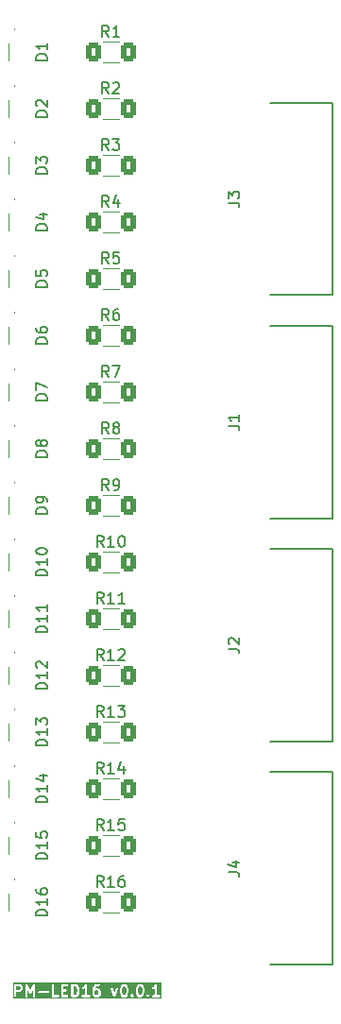
<source format=gbr>
%TF.GenerationSoftware,KiCad,Pcbnew,8.0.4-8.0.4-0~ubuntu22.04.1*%
%TF.CreationDate,2024-09-26T22:04:01+03:00*%
%TF.ProjectId,PM-LED16,504d2d4c-4544-4313-962e-6b696361645f,rev?*%
%TF.SameCoordinates,Original*%
%TF.FileFunction,Legend,Top*%
%TF.FilePolarity,Positive*%
%FSLAX46Y46*%
G04 Gerber Fmt 4.6, Leading zero omitted, Abs format (unit mm)*
G04 Created by KiCad (PCBNEW 8.0.4-8.0.4-0~ubuntu22.04.1) date 2024-09-26 22:04:01*
%MOMM*%
%LPD*%
G01*
G04 APERTURE LIST*
G04 Aperture macros list*
%AMRoundRect*
0 Rectangle with rounded corners*
0 $1 Rounding radius*
0 $2 $3 $4 $5 $6 $7 $8 $9 X,Y pos of 4 corners*
0 Add a 4 corners polygon primitive as box body*
4,1,4,$2,$3,$4,$5,$6,$7,$8,$9,$2,$3,0*
0 Add four circle primitives for the rounded corners*
1,1,$1+$1,$2,$3*
1,1,$1+$1,$4,$5*
1,1,$1+$1,$6,$7*
1,1,$1+$1,$8,$9*
0 Add four rect primitives between the rounded corners*
20,1,$1+$1,$2,$3,$4,$5,0*
20,1,$1+$1,$4,$5,$6,$7,0*
20,1,$1+$1,$6,$7,$8,$9,0*
20,1,$1+$1,$8,$9,$2,$3,0*%
G04 Aperture macros list end*
%ADD10C,0.200000*%
%ADD11C,0.150000*%
%ADD12C,0.100000*%
%ADD13C,0.120000*%
%ADD14C,0.152400*%
%ADD15R,1.410000X0.630000*%
%ADD16R,0.430000X1.070000*%
%ADD17RoundRect,0.250000X-0.400000X-0.625000X0.400000X-0.625000X0.400000X0.625000X-0.400000X0.625000X0*%
%ADD18R,1.803400X0.635000*%
%ADD19R,2.997200X2.590800*%
%ADD20C,2.200000*%
G04 APERTURE END LIST*
D10*
G36*
X57591843Y-141387240D02*
G01*
X57658916Y-141454313D01*
X57694368Y-141525218D01*
X57736339Y-141693099D01*
X57736339Y-141811337D01*
X57694368Y-141979218D01*
X57658915Y-142050124D01*
X57591844Y-142117197D01*
X57486779Y-142152219D01*
X57364911Y-142152219D01*
X57364911Y-141352219D01*
X57486779Y-141352219D01*
X57591843Y-141387240D01*
G37*
G36*
X59586627Y-141762976D02*
G01*
X59611296Y-141787644D01*
X59641101Y-141847254D01*
X59641101Y-142038135D01*
X59611296Y-142097743D01*
X59586627Y-142122413D01*
X59527018Y-142152219D01*
X59383756Y-142152219D01*
X59324146Y-142122414D01*
X59299479Y-142097746D01*
X59269673Y-142038134D01*
X59269673Y-141847254D01*
X59299478Y-141787644D01*
X59324146Y-141762975D01*
X59383756Y-141733171D01*
X59527018Y-141733171D01*
X59586627Y-141762976D01*
G37*
G36*
X62015199Y-141382024D02*
G01*
X62039868Y-141406692D01*
X62075321Y-141477599D01*
X62117292Y-141645480D01*
X62117292Y-141858956D01*
X62075321Y-142026837D01*
X62039868Y-142097743D01*
X62015199Y-142122413D01*
X61955590Y-142152219D01*
X61907566Y-142152219D01*
X61847956Y-142122414D01*
X61823289Y-142097746D01*
X61787834Y-142026837D01*
X61745864Y-141858956D01*
X61745864Y-141645481D01*
X61787834Y-141477599D01*
X61823288Y-141406692D01*
X61847956Y-141382023D01*
X61907566Y-141352219D01*
X61955590Y-141352219D01*
X62015199Y-141382024D01*
G37*
G36*
X63443770Y-141382024D02*
G01*
X63468439Y-141406692D01*
X63503892Y-141477599D01*
X63545863Y-141645480D01*
X63545863Y-141858956D01*
X63503892Y-142026837D01*
X63468439Y-142097743D01*
X63443770Y-142122413D01*
X63384161Y-142152219D01*
X63336137Y-142152219D01*
X63276527Y-142122414D01*
X63251860Y-142097746D01*
X63216405Y-142026837D01*
X63174435Y-141858956D01*
X63174435Y-141645481D01*
X63216405Y-141477599D01*
X63251859Y-141406692D01*
X63276527Y-141382023D01*
X63336137Y-141352219D01*
X63384161Y-141352219D01*
X63443770Y-141382024D01*
G37*
G36*
X52586627Y-141382024D02*
G01*
X52611296Y-141406692D01*
X52641101Y-141466302D01*
X52641101Y-141561945D01*
X52611296Y-141621554D01*
X52586627Y-141646222D01*
X52527018Y-141676028D01*
X52269673Y-141676028D01*
X52269673Y-141352219D01*
X52527018Y-141352219D01*
X52586627Y-141382024D01*
G37*
G36*
X65283624Y-142463330D02*
G01*
X51958562Y-142463330D01*
X51958562Y-141252219D01*
X52069673Y-141252219D01*
X52069673Y-142252219D01*
X52071594Y-142271728D01*
X52086526Y-142307776D01*
X52114116Y-142335366D01*
X52150164Y-142350298D01*
X52189182Y-142350298D01*
X52225230Y-142335366D01*
X52252820Y-142307776D01*
X52267752Y-142271728D01*
X52269673Y-142252219D01*
X52269673Y-141876028D01*
X52550625Y-141876028D01*
X52570134Y-141874107D01*
X52573454Y-141872731D01*
X52577038Y-141872477D01*
X52595346Y-141865471D01*
X52690584Y-141817852D01*
X52698980Y-141812566D01*
X52701420Y-141811556D01*
X52704166Y-141809302D01*
X52707174Y-141807409D01*
X52708903Y-141805414D01*
X52716574Y-141799120D01*
X52764192Y-141751501D01*
X52770484Y-141743834D01*
X52772482Y-141742102D01*
X52774375Y-141739093D01*
X52776629Y-141736348D01*
X52777639Y-141733907D01*
X52782925Y-141725511D01*
X52830544Y-141630274D01*
X52837550Y-141611965D01*
X52837804Y-141608381D01*
X52839180Y-141605061D01*
X52841101Y-141585552D01*
X52841101Y-141442695D01*
X52839180Y-141423186D01*
X52837804Y-141419865D01*
X52837550Y-141416282D01*
X52830544Y-141397973D01*
X52782925Y-141302736D01*
X52777639Y-141294339D01*
X52776629Y-141291899D01*
X52774375Y-141289153D01*
X52772482Y-141286145D01*
X52770484Y-141284412D01*
X52764192Y-141276746D01*
X52739666Y-141252219D01*
X53069673Y-141252219D01*
X53069673Y-142252219D01*
X53071594Y-142271728D01*
X53086526Y-142307776D01*
X53114116Y-142335366D01*
X53150164Y-142350298D01*
X53189182Y-142350298D01*
X53225230Y-142335366D01*
X53252820Y-142307776D01*
X53267752Y-142271728D01*
X53269673Y-142252219D01*
X53269673Y-141702975D01*
X53412388Y-142008793D01*
X53416620Y-142015938D01*
X53417500Y-142018356D01*
X53419065Y-142020065D01*
X53422379Y-142025659D01*
X53433589Y-142035925D01*
X53443851Y-142047131D01*
X53447876Y-142049009D01*
X53451154Y-142052011D01*
X53465436Y-142057204D01*
X53479209Y-142063632D01*
X53483648Y-142063827D01*
X53487823Y-142065345D01*
X53503006Y-142064677D01*
X53518189Y-142065345D01*
X53522362Y-142063827D01*
X53526804Y-142063632D01*
X53540588Y-142057199D01*
X53554858Y-142052010D01*
X53558131Y-142049012D01*
X53562161Y-142047132D01*
X53572430Y-142035917D01*
X53583633Y-142025659D01*
X53586944Y-142020068D01*
X53588513Y-142018356D01*
X53589393Y-142015934D01*
X53593624Y-142008793D01*
X53736339Y-141702974D01*
X53736339Y-142252219D01*
X53738260Y-142271728D01*
X53753192Y-142307776D01*
X53780782Y-142335366D01*
X53816830Y-142350298D01*
X53855848Y-142350298D01*
X53891896Y-142335366D01*
X53919486Y-142307776D01*
X53934418Y-142271728D01*
X53936339Y-142252219D01*
X53936339Y-141851757D01*
X54214451Y-141851757D01*
X54214451Y-141890775D01*
X54229383Y-141926823D01*
X54256973Y-141954413D01*
X54293021Y-141969345D01*
X54312530Y-141971266D01*
X55074435Y-141971266D01*
X55093944Y-141969345D01*
X55129992Y-141954413D01*
X55157582Y-141926823D01*
X55172514Y-141890775D01*
X55172514Y-141851757D01*
X55157582Y-141815709D01*
X55129992Y-141788119D01*
X55093944Y-141773187D01*
X55074435Y-141771266D01*
X54312530Y-141771266D01*
X54293021Y-141773187D01*
X54256973Y-141788119D01*
X54229383Y-141815709D01*
X54214451Y-141851757D01*
X53936339Y-141851757D01*
X53936339Y-141252219D01*
X55450625Y-141252219D01*
X55450625Y-142252219D01*
X55452546Y-142271728D01*
X55467478Y-142307776D01*
X55495068Y-142335366D01*
X55531116Y-142350298D01*
X55550625Y-142352219D01*
X56026815Y-142352219D01*
X56046324Y-142350298D01*
X56082372Y-142335366D01*
X56109962Y-142307776D01*
X56124894Y-142271728D01*
X56124894Y-142232710D01*
X56109962Y-142196662D01*
X56082372Y-142169072D01*
X56046324Y-142154140D01*
X56026815Y-142152219D01*
X55650625Y-142152219D01*
X55650625Y-141252219D01*
X56260149Y-141252219D01*
X56260149Y-142252219D01*
X56262070Y-142271728D01*
X56277002Y-142307776D01*
X56304592Y-142335366D01*
X56340640Y-142350298D01*
X56360149Y-142352219D01*
X56836339Y-142352219D01*
X56855848Y-142350298D01*
X56891896Y-142335366D01*
X56919486Y-142307776D01*
X56934418Y-142271728D01*
X56934418Y-142232710D01*
X56919486Y-142196662D01*
X56891896Y-142169072D01*
X56855848Y-142154140D01*
X56836339Y-142152219D01*
X56460149Y-142152219D01*
X56460149Y-141828409D01*
X56693482Y-141828409D01*
X56712991Y-141826488D01*
X56749039Y-141811556D01*
X56776629Y-141783966D01*
X56791561Y-141747918D01*
X56791561Y-141708900D01*
X56776629Y-141672852D01*
X56749039Y-141645262D01*
X56712991Y-141630330D01*
X56693482Y-141628409D01*
X56460149Y-141628409D01*
X56460149Y-141352219D01*
X56836339Y-141352219D01*
X56855848Y-141350298D01*
X56891896Y-141335366D01*
X56919486Y-141307776D01*
X56934418Y-141271728D01*
X56934418Y-141252219D01*
X57164911Y-141252219D01*
X57164911Y-142252219D01*
X57166832Y-142271728D01*
X57181764Y-142307776D01*
X57209354Y-142335366D01*
X57245402Y-142350298D01*
X57264911Y-142352219D01*
X57503006Y-142352219D01*
X57512879Y-142351246D01*
X57515513Y-142351434D01*
X57518976Y-142350646D01*
X57522515Y-142350298D01*
X57524957Y-142349286D01*
X57534629Y-142347087D01*
X57677485Y-142299468D01*
X57695386Y-142291477D01*
X57698101Y-142289122D01*
X57701421Y-142287747D01*
X57716574Y-142275310D01*
X57811812Y-142180071D01*
X57818104Y-142172404D01*
X57820101Y-142170673D01*
X57821994Y-142167665D01*
X57824249Y-142164918D01*
X57825260Y-142162476D01*
X57830544Y-142154082D01*
X57878163Y-142058845D01*
X57878709Y-142057416D01*
X57879139Y-142056837D01*
X57882060Y-142048660D01*
X57885169Y-142040536D01*
X57885220Y-142039815D01*
X57885734Y-142038377D01*
X57933353Y-141847901D01*
X57933853Y-141844519D01*
X57934418Y-141843156D01*
X57935141Y-141835805D01*
X57936221Y-141828508D01*
X57936003Y-141827049D01*
X57936339Y-141823647D01*
X57936339Y-141680790D01*
X57936003Y-141677387D01*
X57936221Y-141675929D01*
X57935141Y-141668631D01*
X57934418Y-141661281D01*
X57933853Y-141659917D01*
X57933353Y-141656536D01*
X57900575Y-141525426D01*
X58118077Y-141525426D01*
X58120843Y-141564346D01*
X58138292Y-141599245D01*
X58167769Y-141624809D01*
X58204785Y-141637148D01*
X58243705Y-141634382D01*
X58262013Y-141627376D01*
X58357251Y-141579757D01*
X58365647Y-141574471D01*
X58368087Y-141573461D01*
X58370833Y-141571207D01*
X58373841Y-141569314D01*
X58375570Y-141567319D01*
X58383241Y-141561025D01*
X58403006Y-141541260D01*
X58403006Y-142152219D01*
X58217292Y-142152219D01*
X58197783Y-142154140D01*
X58161735Y-142169072D01*
X58134145Y-142196662D01*
X58119213Y-142232710D01*
X58119213Y-142271728D01*
X58134145Y-142307776D01*
X58161735Y-142335366D01*
X58197783Y-142350298D01*
X58217292Y-142352219D01*
X58788720Y-142352219D01*
X58808229Y-142350298D01*
X58844277Y-142335366D01*
X58871867Y-142307776D01*
X58886799Y-142271728D01*
X58886799Y-142232710D01*
X58871867Y-142196662D01*
X58844277Y-142169072D01*
X58808229Y-142154140D01*
X58788720Y-142152219D01*
X58603006Y-142152219D01*
X58603006Y-141680790D01*
X59069673Y-141680790D01*
X59069673Y-142061742D01*
X59071594Y-142081251D01*
X59072969Y-142084571D01*
X59073224Y-142088155D01*
X59080230Y-142106463D01*
X59127849Y-142201701D01*
X59133132Y-142210093D01*
X59134144Y-142212537D01*
X59136400Y-142215286D01*
X59138292Y-142218291D01*
X59140286Y-142220020D01*
X59146581Y-142227690D01*
X59194199Y-142275310D01*
X59201867Y-142281603D01*
X59203599Y-142283600D01*
X59206607Y-142285493D01*
X59209353Y-142287747D01*
X59211793Y-142288757D01*
X59220190Y-142294043D01*
X59315427Y-142341662D01*
X59333736Y-142348668D01*
X59337319Y-142348922D01*
X59340640Y-142350298D01*
X59360149Y-142352219D01*
X59550625Y-142352219D01*
X59570134Y-142350298D01*
X59573454Y-142348922D01*
X59577038Y-142348668D01*
X59595346Y-142341662D01*
X59690584Y-142294043D01*
X59698979Y-142288758D01*
X59701421Y-142287747D01*
X59704168Y-142285491D01*
X59707174Y-142283600D01*
X59708904Y-142281605D01*
X59716574Y-142275310D01*
X59764193Y-142227690D01*
X59770485Y-142220023D01*
X59772482Y-142218292D01*
X59774375Y-142215284D01*
X59776630Y-142212537D01*
X59777641Y-142210095D01*
X59782925Y-142201701D01*
X59830544Y-142106464D01*
X59837550Y-142088155D01*
X59837804Y-142084571D01*
X59839180Y-142081251D01*
X59841101Y-142061742D01*
X59841101Y-141823647D01*
X59839180Y-141804138D01*
X59837804Y-141800817D01*
X59837550Y-141797234D01*
X59830544Y-141778925D01*
X59782925Y-141683688D01*
X59777639Y-141675291D01*
X59776629Y-141672851D01*
X59774375Y-141670105D01*
X59772482Y-141667097D01*
X59770484Y-141665364D01*
X59764192Y-141657698D01*
X59716574Y-141610079D01*
X59708903Y-141603784D01*
X59707174Y-141601790D01*
X59704596Y-141600167D01*
X60737413Y-141600167D01*
X60742166Y-141619186D01*
X60980261Y-142285852D01*
X60988631Y-142303579D01*
X60992001Y-142307301D01*
X60994149Y-142311836D01*
X61005000Y-142321659D01*
X61014818Y-142332504D01*
X61019350Y-142334651D01*
X61023075Y-142338023D01*
X61036865Y-142342947D01*
X61050080Y-142349208D01*
X61055090Y-142349457D01*
X61059820Y-142351146D01*
X61074441Y-142350418D01*
X61089050Y-142351145D01*
X61093775Y-142349457D01*
X61098790Y-142349208D01*
X61112016Y-142342942D01*
X61125795Y-142338022D01*
X61129515Y-142334653D01*
X61134052Y-142332505D01*
X61143874Y-142321654D01*
X61154721Y-142311836D01*
X61156868Y-142307301D01*
X61160239Y-142303579D01*
X61168609Y-142285853D01*
X61401709Y-141633171D01*
X61545864Y-141633171D01*
X61545864Y-141871266D01*
X61546199Y-141874668D01*
X61545982Y-141876127D01*
X61547061Y-141883424D01*
X61547785Y-141890775D01*
X61548349Y-141892138D01*
X61548850Y-141895520D01*
X61596469Y-142085995D01*
X61596982Y-142087432D01*
X61597034Y-142088155D01*
X61600142Y-142096279D01*
X61603064Y-142104456D01*
X61603494Y-142105036D01*
X61604040Y-142106463D01*
X61651659Y-142201701D01*
X61656942Y-142210093D01*
X61657954Y-142212537D01*
X61660210Y-142215286D01*
X61662102Y-142218291D01*
X61664096Y-142220020D01*
X61670391Y-142227690D01*
X61718009Y-142275310D01*
X61725677Y-142281603D01*
X61727409Y-142283600D01*
X61730417Y-142285493D01*
X61733163Y-142287747D01*
X61735603Y-142288757D01*
X61744000Y-142294043D01*
X61839237Y-142341662D01*
X61857546Y-142348668D01*
X61861129Y-142348922D01*
X61864450Y-142350298D01*
X61883959Y-142352219D01*
X61979197Y-142352219D01*
X61998706Y-142350298D01*
X62002026Y-142348922D01*
X62005610Y-142348668D01*
X62023918Y-142341662D01*
X62119156Y-142294043D01*
X62127551Y-142288758D01*
X62129993Y-142287747D01*
X62132740Y-142285491D01*
X62135746Y-142283600D01*
X62137476Y-142281605D01*
X62145146Y-142275310D01*
X62192765Y-142227690D01*
X62199057Y-142220023D01*
X62201054Y-142218292D01*
X62202947Y-142215284D01*
X62205202Y-142212537D01*
X62206213Y-142210095D01*
X62211497Y-142201701D01*
X62219802Y-142185091D01*
X62500166Y-142185091D01*
X62500166Y-142224109D01*
X62505756Y-142237604D01*
X62515098Y-142260158D01*
X62515102Y-142260162D01*
X62527534Y-142275311D01*
X62575153Y-142322929D01*
X62590306Y-142335366D01*
X62596719Y-142338022D01*
X62626355Y-142350298D01*
X62665373Y-142350298D01*
X62701421Y-142335366D01*
X62716575Y-142322930D01*
X62764193Y-142275311D01*
X62776630Y-142260158D01*
X62783382Y-142243856D01*
X62791561Y-142224110D01*
X62791562Y-142185092D01*
X62776631Y-142149043D01*
X62764194Y-142133890D01*
X62716575Y-142086270D01*
X62701422Y-142073833D01*
X62680930Y-142065345D01*
X62676794Y-142063632D01*
X62665373Y-142058901D01*
X62626355Y-142058901D01*
X62615797Y-142063274D01*
X62590307Y-142073832D01*
X62590306Y-142073833D01*
X62575152Y-142086270D01*
X62527534Y-142133890D01*
X62515097Y-142149043D01*
X62506138Y-142170673D01*
X62500166Y-142185091D01*
X62219802Y-142185091D01*
X62259116Y-142106464D01*
X62259662Y-142105035D01*
X62260092Y-142104456D01*
X62263013Y-142096279D01*
X62266122Y-142088155D01*
X62266173Y-142087434D01*
X62266687Y-142085996D01*
X62314306Y-141895520D01*
X62314806Y-141892138D01*
X62315371Y-141890775D01*
X62316094Y-141883424D01*
X62317174Y-141876127D01*
X62316956Y-141874668D01*
X62317292Y-141871266D01*
X62317292Y-141633171D01*
X62974435Y-141633171D01*
X62974435Y-141871266D01*
X62974770Y-141874668D01*
X62974553Y-141876127D01*
X62975632Y-141883424D01*
X62976356Y-141890775D01*
X62976920Y-141892138D01*
X62977421Y-141895520D01*
X63025040Y-142085995D01*
X63025553Y-142087432D01*
X63025605Y-142088155D01*
X63028713Y-142096279D01*
X63031635Y-142104456D01*
X63032065Y-142105036D01*
X63032611Y-142106463D01*
X63080230Y-142201701D01*
X63085513Y-142210093D01*
X63086525Y-142212537D01*
X63088781Y-142215286D01*
X63090673Y-142218291D01*
X63092667Y-142220020D01*
X63098962Y-142227690D01*
X63146580Y-142275310D01*
X63154248Y-142281603D01*
X63155980Y-142283600D01*
X63158988Y-142285493D01*
X63161734Y-142287747D01*
X63164174Y-142288757D01*
X63172571Y-142294043D01*
X63267808Y-142341662D01*
X63286117Y-142348668D01*
X63289700Y-142348922D01*
X63293021Y-142350298D01*
X63312530Y-142352219D01*
X63407768Y-142352219D01*
X63427277Y-142350298D01*
X63430597Y-142348922D01*
X63434181Y-142348668D01*
X63452489Y-142341662D01*
X63547727Y-142294043D01*
X63556122Y-142288758D01*
X63558564Y-142287747D01*
X63561311Y-142285491D01*
X63564317Y-142283600D01*
X63566047Y-142281605D01*
X63573717Y-142275310D01*
X63621336Y-142227690D01*
X63627628Y-142220023D01*
X63629625Y-142218292D01*
X63631518Y-142215284D01*
X63633773Y-142212537D01*
X63634784Y-142210095D01*
X63640068Y-142201701D01*
X63648373Y-142185091D01*
X63928737Y-142185091D01*
X63928737Y-142224109D01*
X63934327Y-142237604D01*
X63943669Y-142260158D01*
X63943673Y-142260162D01*
X63956105Y-142275311D01*
X64003724Y-142322929D01*
X64018877Y-142335366D01*
X64025290Y-142338022D01*
X64054926Y-142350298D01*
X64093944Y-142350298D01*
X64129992Y-142335366D01*
X64145146Y-142322930D01*
X64192764Y-142275311D01*
X64205201Y-142260158D01*
X64211953Y-142243856D01*
X64220132Y-142224110D01*
X64220133Y-142185092D01*
X64205202Y-142149043D01*
X64192765Y-142133890D01*
X64145146Y-142086270D01*
X64129993Y-142073833D01*
X64109501Y-142065345D01*
X64105365Y-142063632D01*
X64093944Y-142058901D01*
X64054926Y-142058901D01*
X64044368Y-142063274D01*
X64018878Y-142073832D01*
X64018877Y-142073833D01*
X64003723Y-142086270D01*
X63956105Y-142133890D01*
X63943668Y-142149043D01*
X63934709Y-142170673D01*
X63928737Y-142185091D01*
X63648373Y-142185091D01*
X63687687Y-142106464D01*
X63688233Y-142105035D01*
X63688663Y-142104456D01*
X63691584Y-142096279D01*
X63694693Y-142088155D01*
X63694744Y-142087434D01*
X63695258Y-142085996D01*
X63742877Y-141895520D01*
X63743377Y-141892138D01*
X63743942Y-141890775D01*
X63744665Y-141883424D01*
X63745745Y-141876127D01*
X63745527Y-141874668D01*
X63745863Y-141871266D01*
X63745863Y-141633171D01*
X63745527Y-141629768D01*
X63745745Y-141628310D01*
X63744665Y-141621012D01*
X63743942Y-141613662D01*
X63743377Y-141612298D01*
X63742877Y-141608917D01*
X63722004Y-141525426D01*
X64403791Y-141525426D01*
X64406557Y-141564346D01*
X64424006Y-141599245D01*
X64453483Y-141624809D01*
X64490499Y-141637148D01*
X64529419Y-141634382D01*
X64547727Y-141627376D01*
X64642965Y-141579757D01*
X64651361Y-141574471D01*
X64653801Y-141573461D01*
X64656547Y-141571207D01*
X64659555Y-141569314D01*
X64661284Y-141567319D01*
X64668955Y-141561025D01*
X64688720Y-141541260D01*
X64688720Y-142152219D01*
X64503006Y-142152219D01*
X64483497Y-142154140D01*
X64447449Y-142169072D01*
X64419859Y-142196662D01*
X64404927Y-142232710D01*
X64404927Y-142271728D01*
X64419859Y-142307776D01*
X64447449Y-142335366D01*
X64483497Y-142350298D01*
X64503006Y-142352219D01*
X65074434Y-142352219D01*
X65093943Y-142350298D01*
X65129991Y-142335366D01*
X65157581Y-142307776D01*
X65172513Y-142271728D01*
X65172513Y-142232710D01*
X65157581Y-142196662D01*
X65129991Y-142169072D01*
X65093943Y-142154140D01*
X65074434Y-142152219D01*
X64888720Y-142152219D01*
X64888720Y-141252219D01*
X64888713Y-141252148D01*
X64888720Y-141252114D01*
X64888699Y-141252012D01*
X64886799Y-141232710D01*
X64883009Y-141223561D01*
X64881068Y-141213854D01*
X64875616Y-141205713D01*
X64871867Y-141196662D01*
X64864867Y-141189662D01*
X64859357Y-141181434D01*
X64851202Y-141175997D01*
X64844277Y-141169072D01*
X64835133Y-141165284D01*
X64826892Y-141159790D01*
X64817278Y-141157888D01*
X64808229Y-141154140D01*
X64798328Y-141154140D01*
X64788616Y-141152219D01*
X64779011Y-141154140D01*
X64769211Y-141154140D01*
X64760062Y-141157929D01*
X64750355Y-141159871D01*
X64742214Y-141165322D01*
X64733163Y-141169072D01*
X64726163Y-141176071D01*
X64717935Y-141181582D01*
X64705646Y-141196588D01*
X64705573Y-141196662D01*
X64705559Y-141196694D01*
X64705515Y-141196749D01*
X64615771Y-141331365D01*
X64539007Y-141408128D01*
X64458285Y-141448490D01*
X64441694Y-141458933D01*
X64416130Y-141488410D01*
X64403791Y-141525426D01*
X63722004Y-141525426D01*
X63695258Y-141418441D01*
X63694744Y-141417002D01*
X63694693Y-141416282D01*
X63691584Y-141408157D01*
X63688663Y-141399981D01*
X63688233Y-141399401D01*
X63687687Y-141397973D01*
X63640068Y-141302736D01*
X63634782Y-141294339D01*
X63633772Y-141291899D01*
X63631518Y-141289153D01*
X63629625Y-141286145D01*
X63627627Y-141284412D01*
X63621335Y-141276746D01*
X63573717Y-141229127D01*
X63566046Y-141222832D01*
X63564317Y-141220838D01*
X63561309Y-141218944D01*
X63558563Y-141216691D01*
X63556123Y-141215680D01*
X63547727Y-141210395D01*
X63452489Y-141162776D01*
X63434181Y-141155770D01*
X63430597Y-141155515D01*
X63427277Y-141154140D01*
X63407768Y-141152219D01*
X63312530Y-141152219D01*
X63293021Y-141154140D01*
X63289700Y-141155515D01*
X63286117Y-141155770D01*
X63267808Y-141162776D01*
X63172571Y-141210395D01*
X63164174Y-141215680D01*
X63161734Y-141216691D01*
X63158988Y-141218944D01*
X63155980Y-141220838D01*
X63154247Y-141222835D01*
X63146581Y-141229128D01*
X63098962Y-141276746D01*
X63092667Y-141284416D01*
X63090673Y-141286146D01*
X63088779Y-141289153D01*
X63086526Y-141291900D01*
X63085515Y-141294339D01*
X63080230Y-141302736D01*
X63032611Y-141397974D01*
X63032065Y-141399400D01*
X63031635Y-141399981D01*
X63028713Y-141408157D01*
X63025605Y-141416282D01*
X63025553Y-141417004D01*
X63025040Y-141418442D01*
X62977421Y-141608917D01*
X62976920Y-141612298D01*
X62976356Y-141613662D01*
X62975632Y-141621012D01*
X62974553Y-141628310D01*
X62974770Y-141629768D01*
X62974435Y-141633171D01*
X62317292Y-141633171D01*
X62316956Y-141629768D01*
X62317174Y-141628310D01*
X62316094Y-141621012D01*
X62315371Y-141613662D01*
X62314806Y-141612298D01*
X62314306Y-141608917D01*
X62266687Y-141418441D01*
X62266173Y-141417002D01*
X62266122Y-141416282D01*
X62263013Y-141408157D01*
X62260092Y-141399981D01*
X62259662Y-141399401D01*
X62259116Y-141397973D01*
X62211497Y-141302736D01*
X62206211Y-141294339D01*
X62205201Y-141291899D01*
X62202947Y-141289153D01*
X62201054Y-141286145D01*
X62199056Y-141284412D01*
X62192764Y-141276746D01*
X62145146Y-141229127D01*
X62137475Y-141222832D01*
X62135746Y-141220838D01*
X62132738Y-141218944D01*
X62129992Y-141216691D01*
X62127552Y-141215680D01*
X62119156Y-141210395D01*
X62023918Y-141162776D01*
X62005610Y-141155770D01*
X62002026Y-141155515D01*
X61998706Y-141154140D01*
X61979197Y-141152219D01*
X61883959Y-141152219D01*
X61864450Y-141154140D01*
X61861129Y-141155515D01*
X61857546Y-141155770D01*
X61839237Y-141162776D01*
X61744000Y-141210395D01*
X61735603Y-141215680D01*
X61733163Y-141216691D01*
X61730417Y-141218944D01*
X61727409Y-141220838D01*
X61725676Y-141222835D01*
X61718010Y-141229128D01*
X61670391Y-141276746D01*
X61664096Y-141284416D01*
X61662102Y-141286146D01*
X61660208Y-141289153D01*
X61657955Y-141291900D01*
X61656944Y-141294339D01*
X61651659Y-141302736D01*
X61604040Y-141397974D01*
X61603494Y-141399400D01*
X61603064Y-141399981D01*
X61600142Y-141408157D01*
X61597034Y-141416282D01*
X61596982Y-141417004D01*
X61596469Y-141418442D01*
X61548850Y-141608917D01*
X61548349Y-141612298D01*
X61547785Y-141613662D01*
X61547061Y-141621012D01*
X61545982Y-141628310D01*
X61546199Y-141629768D01*
X61545864Y-141633171D01*
X61401709Y-141633171D01*
X61406704Y-141619186D01*
X61411457Y-141600167D01*
X61409519Y-141561197D01*
X61392816Y-141525935D01*
X61363890Y-141499749D01*
X61327145Y-141486626D01*
X61288175Y-141488563D01*
X61252913Y-141505267D01*
X61226726Y-141534192D01*
X61218356Y-141551919D01*
X61074435Y-141954897D01*
X60930514Y-141551918D01*
X60922144Y-141534192D01*
X60895957Y-141505266D01*
X60860695Y-141488563D01*
X60821725Y-141486625D01*
X60784980Y-141499748D01*
X60756054Y-141525935D01*
X60739351Y-141561197D01*
X60737413Y-141600167D01*
X59704596Y-141600167D01*
X59704166Y-141599896D01*
X59701420Y-141597643D01*
X59698980Y-141596632D01*
X59690584Y-141591347D01*
X59595346Y-141543728D01*
X59577038Y-141536722D01*
X59573454Y-141536467D01*
X59570134Y-141535092D01*
X59550625Y-141533171D01*
X59360149Y-141533171D01*
X59340640Y-141535092D01*
X59337319Y-141536467D01*
X59333736Y-141536722D01*
X59315427Y-141543728D01*
X59305814Y-141548534D01*
X59310105Y-141531372D01*
X59390241Y-141411167D01*
X59419384Y-141382023D01*
X59478994Y-141352219D01*
X59645863Y-141352219D01*
X59665372Y-141350298D01*
X59701420Y-141335366D01*
X59729010Y-141307776D01*
X59743942Y-141271728D01*
X59743942Y-141232710D01*
X59729010Y-141196662D01*
X59701420Y-141169072D01*
X59665372Y-141154140D01*
X59645863Y-141152219D01*
X59455387Y-141152219D01*
X59435878Y-141154140D01*
X59432557Y-141155515D01*
X59428974Y-141155770D01*
X59410665Y-141162776D01*
X59315428Y-141210395D01*
X59307031Y-141215680D01*
X59304591Y-141216691D01*
X59301845Y-141218944D01*
X59298837Y-141220838D01*
X59297104Y-141222835D01*
X59289438Y-141229128D01*
X59241819Y-141276746D01*
X59241774Y-141276800D01*
X59241745Y-141276820D01*
X59235563Y-141284368D01*
X59229383Y-141291900D01*
X59229369Y-141291932D01*
X59229325Y-141291987D01*
X59134087Y-141434844D01*
X59128344Y-141445613D01*
X59126873Y-141447600D01*
X59126035Y-141449945D01*
X59124864Y-141452142D01*
X59124384Y-141454565D01*
X59120278Y-141466061D01*
X59072659Y-141656536D01*
X59072158Y-141659917D01*
X59071594Y-141661281D01*
X59070870Y-141668631D01*
X59069791Y-141675929D01*
X59070008Y-141677387D01*
X59069673Y-141680790D01*
X58603006Y-141680790D01*
X58603006Y-141252219D01*
X58602999Y-141252148D01*
X58603006Y-141252114D01*
X58602985Y-141252012D01*
X58601085Y-141232710D01*
X58597295Y-141223561D01*
X58595354Y-141213854D01*
X58589902Y-141205713D01*
X58586153Y-141196662D01*
X58579153Y-141189662D01*
X58573643Y-141181434D01*
X58565488Y-141175997D01*
X58558563Y-141169072D01*
X58549419Y-141165284D01*
X58541178Y-141159790D01*
X58531564Y-141157888D01*
X58522515Y-141154140D01*
X58512614Y-141154140D01*
X58502902Y-141152219D01*
X58493297Y-141154140D01*
X58483497Y-141154140D01*
X58474348Y-141157929D01*
X58464641Y-141159871D01*
X58456500Y-141165322D01*
X58447449Y-141169072D01*
X58440449Y-141176071D01*
X58432221Y-141181582D01*
X58419932Y-141196588D01*
X58419859Y-141196662D01*
X58419845Y-141196694D01*
X58419801Y-141196749D01*
X58330057Y-141331365D01*
X58253293Y-141408128D01*
X58172571Y-141448490D01*
X58155980Y-141458933D01*
X58130416Y-141488410D01*
X58118077Y-141525426D01*
X57900575Y-141525426D01*
X57885734Y-141466060D01*
X57885220Y-141464621D01*
X57885169Y-141463901D01*
X57882060Y-141455776D01*
X57879139Y-141447600D01*
X57878709Y-141447020D01*
X57878163Y-141445592D01*
X57830544Y-141350355D01*
X57825257Y-141341956D01*
X57824248Y-141339519D01*
X57821996Y-141336775D01*
X57820101Y-141333764D01*
X57818103Y-141332031D01*
X57811812Y-141324365D01*
X57716574Y-141229127D01*
X57701420Y-141216691D01*
X57698101Y-141215316D01*
X57695386Y-141212961D01*
X57677485Y-141204970D01*
X57534629Y-141157351D01*
X57524957Y-141155151D01*
X57522515Y-141154140D01*
X57518976Y-141153791D01*
X57515513Y-141153004D01*
X57512879Y-141153191D01*
X57503006Y-141152219D01*
X57264911Y-141152219D01*
X57245402Y-141154140D01*
X57209354Y-141169072D01*
X57181764Y-141196662D01*
X57166832Y-141232710D01*
X57164911Y-141252219D01*
X56934418Y-141252219D01*
X56934418Y-141232710D01*
X56919486Y-141196662D01*
X56891896Y-141169072D01*
X56855848Y-141154140D01*
X56836339Y-141152219D01*
X56360149Y-141152219D01*
X56340640Y-141154140D01*
X56304592Y-141169072D01*
X56277002Y-141196662D01*
X56262070Y-141232710D01*
X56260149Y-141252219D01*
X55650625Y-141252219D01*
X55648704Y-141232710D01*
X55633772Y-141196662D01*
X55606182Y-141169072D01*
X55570134Y-141154140D01*
X55531116Y-141154140D01*
X55495068Y-141169072D01*
X55467478Y-141196662D01*
X55452546Y-141232710D01*
X55450625Y-141252219D01*
X53936339Y-141252219D01*
X53935076Y-141239395D01*
X53935180Y-141237036D01*
X53934719Y-141235768D01*
X53934418Y-141232710D01*
X53927777Y-141216679D01*
X53921846Y-141200367D01*
X53920339Y-141198721D01*
X53919486Y-141196662D01*
X53907224Y-141184400D01*
X53895494Y-141171591D01*
X53893470Y-141170646D01*
X53891896Y-141169072D01*
X53875880Y-141162437D01*
X53860137Y-141155091D01*
X53857907Y-141154993D01*
X53855848Y-141154140D01*
X53838496Y-141154140D01*
X53821156Y-141153378D01*
X53819060Y-141154140D01*
X53816830Y-141154140D01*
X53800799Y-141160780D01*
X53784487Y-141166712D01*
X53782841Y-141168218D01*
X53780782Y-141169072D01*
X53768514Y-141181339D01*
X53755712Y-141193064D01*
X53754145Y-141195708D01*
X53753192Y-141196662D01*
X53752288Y-141198843D01*
X53745721Y-141209930D01*
X53503005Y-141730033D01*
X53260291Y-141209930D01*
X53253723Y-141198843D01*
X53252820Y-141196662D01*
X53251866Y-141195708D01*
X53250300Y-141193064D01*
X53237503Y-141181345D01*
X53225230Y-141169072D01*
X53223168Y-141168218D01*
X53221525Y-141166713D01*
X53205223Y-141160784D01*
X53189182Y-141154140D01*
X53186951Y-141154140D01*
X53184856Y-141153378D01*
X53167516Y-141154140D01*
X53150164Y-141154140D01*
X53148104Y-141154993D01*
X53145876Y-141155091D01*
X53130145Y-141162432D01*
X53114116Y-141169072D01*
X53112539Y-141170648D01*
X53110518Y-141171592D01*
X53098799Y-141184388D01*
X53086526Y-141196662D01*
X53085672Y-141198723D01*
X53084167Y-141200367D01*
X53078238Y-141216668D01*
X53071594Y-141232710D01*
X53071292Y-141235768D01*
X53070832Y-141237036D01*
X53070935Y-141239395D01*
X53069673Y-141252219D01*
X52739666Y-141252219D01*
X52716574Y-141229127D01*
X52708903Y-141222832D01*
X52707174Y-141220838D01*
X52704166Y-141218944D01*
X52701420Y-141216691D01*
X52698980Y-141215680D01*
X52690584Y-141210395D01*
X52595346Y-141162776D01*
X52577038Y-141155770D01*
X52573454Y-141155515D01*
X52570134Y-141154140D01*
X52550625Y-141152219D01*
X52169673Y-141152219D01*
X52150164Y-141154140D01*
X52114116Y-141169072D01*
X52086526Y-141196662D01*
X52071594Y-141232710D01*
X52069673Y-141252219D01*
X51958562Y-141252219D01*
X51958562Y-141041108D01*
X65283624Y-141041108D01*
X65283624Y-142463330D01*
G37*
D11*
X55030819Y-58358094D02*
X54030819Y-58358094D01*
X54030819Y-58358094D02*
X54030819Y-58119999D01*
X54030819Y-58119999D02*
X54078438Y-57977142D01*
X54078438Y-57977142D02*
X54173676Y-57881904D01*
X54173676Y-57881904D02*
X54268914Y-57834285D01*
X54268914Y-57834285D02*
X54459390Y-57786666D01*
X54459390Y-57786666D02*
X54602247Y-57786666D01*
X54602247Y-57786666D02*
X54792723Y-57834285D01*
X54792723Y-57834285D02*
X54887961Y-57881904D01*
X54887961Y-57881904D02*
X54983200Y-57977142D01*
X54983200Y-57977142D02*
X55030819Y-58119999D01*
X55030819Y-58119999D02*
X55030819Y-58358094D01*
X55030819Y-56834285D02*
X55030819Y-57405713D01*
X55030819Y-57119999D02*
X54030819Y-57119999D01*
X54030819Y-57119999D02*
X54173676Y-57215237D01*
X54173676Y-57215237D02*
X54268914Y-57310475D01*
X54268914Y-57310475D02*
X54316533Y-57405713D01*
X60553333Y-91814819D02*
X60220000Y-91338628D01*
X59981905Y-91814819D02*
X59981905Y-90814819D01*
X59981905Y-90814819D02*
X60362857Y-90814819D01*
X60362857Y-90814819D02*
X60458095Y-90862438D01*
X60458095Y-90862438D02*
X60505714Y-90910057D01*
X60505714Y-90910057D02*
X60553333Y-91005295D01*
X60553333Y-91005295D02*
X60553333Y-91148152D01*
X60553333Y-91148152D02*
X60505714Y-91243390D01*
X60505714Y-91243390D02*
X60458095Y-91291009D01*
X60458095Y-91291009D02*
X60362857Y-91338628D01*
X60362857Y-91338628D02*
X59981905Y-91338628D01*
X61124762Y-91243390D02*
X61029524Y-91195771D01*
X61029524Y-91195771D02*
X60981905Y-91148152D01*
X60981905Y-91148152D02*
X60934286Y-91052914D01*
X60934286Y-91052914D02*
X60934286Y-91005295D01*
X60934286Y-91005295D02*
X60981905Y-90910057D01*
X60981905Y-90910057D02*
X61029524Y-90862438D01*
X61029524Y-90862438D02*
X61124762Y-90814819D01*
X61124762Y-90814819D02*
X61315238Y-90814819D01*
X61315238Y-90814819D02*
X61410476Y-90862438D01*
X61410476Y-90862438D02*
X61458095Y-90910057D01*
X61458095Y-90910057D02*
X61505714Y-91005295D01*
X61505714Y-91005295D02*
X61505714Y-91052914D01*
X61505714Y-91052914D02*
X61458095Y-91148152D01*
X61458095Y-91148152D02*
X61410476Y-91195771D01*
X61410476Y-91195771D02*
X61315238Y-91243390D01*
X61315238Y-91243390D02*
X61124762Y-91243390D01*
X61124762Y-91243390D02*
X61029524Y-91291009D01*
X61029524Y-91291009D02*
X60981905Y-91338628D01*
X60981905Y-91338628D02*
X60934286Y-91433866D01*
X60934286Y-91433866D02*
X60934286Y-91624342D01*
X60934286Y-91624342D02*
X60981905Y-91719580D01*
X60981905Y-91719580D02*
X61029524Y-91767200D01*
X61029524Y-91767200D02*
X61124762Y-91814819D01*
X61124762Y-91814819D02*
X61315238Y-91814819D01*
X61315238Y-91814819D02*
X61410476Y-91767200D01*
X61410476Y-91767200D02*
X61458095Y-91719580D01*
X61458095Y-91719580D02*
X61505714Y-91624342D01*
X61505714Y-91624342D02*
X61505714Y-91433866D01*
X61505714Y-91433866D02*
X61458095Y-91338628D01*
X61458095Y-91338628D02*
X61410476Y-91291009D01*
X61410476Y-91291009D02*
X61315238Y-91243390D01*
X60077142Y-101974819D02*
X59743809Y-101498628D01*
X59505714Y-101974819D02*
X59505714Y-100974819D01*
X59505714Y-100974819D02*
X59886666Y-100974819D01*
X59886666Y-100974819D02*
X59981904Y-101022438D01*
X59981904Y-101022438D02*
X60029523Y-101070057D01*
X60029523Y-101070057D02*
X60077142Y-101165295D01*
X60077142Y-101165295D02*
X60077142Y-101308152D01*
X60077142Y-101308152D02*
X60029523Y-101403390D01*
X60029523Y-101403390D02*
X59981904Y-101451009D01*
X59981904Y-101451009D02*
X59886666Y-101498628D01*
X59886666Y-101498628D02*
X59505714Y-101498628D01*
X61029523Y-101974819D02*
X60458095Y-101974819D01*
X60743809Y-101974819D02*
X60743809Y-100974819D01*
X60743809Y-100974819D02*
X60648571Y-101117676D01*
X60648571Y-101117676D02*
X60553333Y-101212914D01*
X60553333Y-101212914D02*
X60458095Y-101260533D01*
X61648571Y-100974819D02*
X61743809Y-100974819D01*
X61743809Y-100974819D02*
X61839047Y-101022438D01*
X61839047Y-101022438D02*
X61886666Y-101070057D01*
X61886666Y-101070057D02*
X61934285Y-101165295D01*
X61934285Y-101165295D02*
X61981904Y-101355771D01*
X61981904Y-101355771D02*
X61981904Y-101593866D01*
X61981904Y-101593866D02*
X61934285Y-101784342D01*
X61934285Y-101784342D02*
X61886666Y-101879580D01*
X61886666Y-101879580D02*
X61839047Y-101927200D01*
X61839047Y-101927200D02*
X61743809Y-101974819D01*
X61743809Y-101974819D02*
X61648571Y-101974819D01*
X61648571Y-101974819D02*
X61553333Y-101927200D01*
X61553333Y-101927200D02*
X61505714Y-101879580D01*
X61505714Y-101879580D02*
X61458095Y-101784342D01*
X61458095Y-101784342D02*
X61410476Y-101593866D01*
X61410476Y-101593866D02*
X61410476Y-101355771D01*
X61410476Y-101355771D02*
X61458095Y-101165295D01*
X61458095Y-101165295D02*
X61505714Y-101070057D01*
X61505714Y-101070057D02*
X61553333Y-101022438D01*
X61553333Y-101022438D02*
X61648571Y-100974819D01*
X71254819Y-131133333D02*
X71969104Y-131133333D01*
X71969104Y-131133333D02*
X72111961Y-131180952D01*
X72111961Y-131180952D02*
X72207200Y-131276190D01*
X72207200Y-131276190D02*
X72254819Y-131419047D01*
X72254819Y-131419047D02*
X72254819Y-131514285D01*
X71588152Y-130228571D02*
X72254819Y-130228571D01*
X71207200Y-130466666D02*
X71921485Y-130704761D01*
X71921485Y-130704761D02*
X71921485Y-130085714D01*
X71254819Y-91133333D02*
X71969104Y-91133333D01*
X71969104Y-91133333D02*
X72111961Y-91180952D01*
X72111961Y-91180952D02*
X72207200Y-91276190D01*
X72207200Y-91276190D02*
X72254819Y-91419047D01*
X72254819Y-91419047D02*
X72254819Y-91514285D01*
X72254819Y-90133333D02*
X72254819Y-90704761D01*
X72254819Y-90419047D02*
X71254819Y-90419047D01*
X71254819Y-90419047D02*
X71397676Y-90514285D01*
X71397676Y-90514285D02*
X71492914Y-90609523D01*
X71492914Y-90609523D02*
X71540533Y-90704761D01*
X55030819Y-109634285D02*
X54030819Y-109634285D01*
X54030819Y-109634285D02*
X54030819Y-109396190D01*
X54030819Y-109396190D02*
X54078438Y-109253333D01*
X54078438Y-109253333D02*
X54173676Y-109158095D01*
X54173676Y-109158095D02*
X54268914Y-109110476D01*
X54268914Y-109110476D02*
X54459390Y-109062857D01*
X54459390Y-109062857D02*
X54602247Y-109062857D01*
X54602247Y-109062857D02*
X54792723Y-109110476D01*
X54792723Y-109110476D02*
X54887961Y-109158095D01*
X54887961Y-109158095D02*
X54983200Y-109253333D01*
X54983200Y-109253333D02*
X55030819Y-109396190D01*
X55030819Y-109396190D02*
X55030819Y-109634285D01*
X55030819Y-108110476D02*
X55030819Y-108681904D01*
X55030819Y-108396190D02*
X54030819Y-108396190D01*
X54030819Y-108396190D02*
X54173676Y-108491428D01*
X54173676Y-108491428D02*
X54268914Y-108586666D01*
X54268914Y-108586666D02*
X54316533Y-108681904D01*
X55030819Y-107158095D02*
X55030819Y-107729523D01*
X55030819Y-107443809D02*
X54030819Y-107443809D01*
X54030819Y-107443809D02*
X54173676Y-107539047D01*
X54173676Y-107539047D02*
X54268914Y-107634285D01*
X54268914Y-107634285D02*
X54316533Y-107729523D01*
X60553333Y-56254819D02*
X60220000Y-55778628D01*
X59981905Y-56254819D02*
X59981905Y-55254819D01*
X59981905Y-55254819D02*
X60362857Y-55254819D01*
X60362857Y-55254819D02*
X60458095Y-55302438D01*
X60458095Y-55302438D02*
X60505714Y-55350057D01*
X60505714Y-55350057D02*
X60553333Y-55445295D01*
X60553333Y-55445295D02*
X60553333Y-55588152D01*
X60553333Y-55588152D02*
X60505714Y-55683390D01*
X60505714Y-55683390D02*
X60458095Y-55731009D01*
X60458095Y-55731009D02*
X60362857Y-55778628D01*
X60362857Y-55778628D02*
X59981905Y-55778628D01*
X61505714Y-56254819D02*
X60934286Y-56254819D01*
X61220000Y-56254819D02*
X61220000Y-55254819D01*
X61220000Y-55254819D02*
X61124762Y-55397676D01*
X61124762Y-55397676D02*
X61029524Y-55492914D01*
X61029524Y-55492914D02*
X60934286Y-55540533D01*
X55030819Y-78678094D02*
X54030819Y-78678094D01*
X54030819Y-78678094D02*
X54030819Y-78439999D01*
X54030819Y-78439999D02*
X54078438Y-78297142D01*
X54078438Y-78297142D02*
X54173676Y-78201904D01*
X54173676Y-78201904D02*
X54268914Y-78154285D01*
X54268914Y-78154285D02*
X54459390Y-78106666D01*
X54459390Y-78106666D02*
X54602247Y-78106666D01*
X54602247Y-78106666D02*
X54792723Y-78154285D01*
X54792723Y-78154285D02*
X54887961Y-78201904D01*
X54887961Y-78201904D02*
X54983200Y-78297142D01*
X54983200Y-78297142D02*
X55030819Y-78439999D01*
X55030819Y-78439999D02*
X55030819Y-78678094D01*
X54030819Y-77201904D02*
X54030819Y-77678094D01*
X54030819Y-77678094D02*
X54507009Y-77725713D01*
X54507009Y-77725713D02*
X54459390Y-77678094D01*
X54459390Y-77678094D02*
X54411771Y-77582856D01*
X54411771Y-77582856D02*
X54411771Y-77344761D01*
X54411771Y-77344761D02*
X54459390Y-77249523D01*
X54459390Y-77249523D02*
X54507009Y-77201904D01*
X54507009Y-77201904D02*
X54602247Y-77154285D01*
X54602247Y-77154285D02*
X54840342Y-77154285D01*
X54840342Y-77154285D02*
X54935580Y-77201904D01*
X54935580Y-77201904D02*
X54983200Y-77249523D01*
X54983200Y-77249523D02*
X55030819Y-77344761D01*
X55030819Y-77344761D02*
X55030819Y-77582856D01*
X55030819Y-77582856D02*
X54983200Y-77678094D01*
X54983200Y-77678094D02*
X54935580Y-77725713D01*
X55030819Y-124874285D02*
X54030819Y-124874285D01*
X54030819Y-124874285D02*
X54030819Y-124636190D01*
X54030819Y-124636190D02*
X54078438Y-124493333D01*
X54078438Y-124493333D02*
X54173676Y-124398095D01*
X54173676Y-124398095D02*
X54268914Y-124350476D01*
X54268914Y-124350476D02*
X54459390Y-124302857D01*
X54459390Y-124302857D02*
X54602247Y-124302857D01*
X54602247Y-124302857D02*
X54792723Y-124350476D01*
X54792723Y-124350476D02*
X54887961Y-124398095D01*
X54887961Y-124398095D02*
X54983200Y-124493333D01*
X54983200Y-124493333D02*
X55030819Y-124636190D01*
X55030819Y-124636190D02*
X55030819Y-124874285D01*
X55030819Y-123350476D02*
X55030819Y-123921904D01*
X55030819Y-123636190D02*
X54030819Y-123636190D01*
X54030819Y-123636190D02*
X54173676Y-123731428D01*
X54173676Y-123731428D02*
X54268914Y-123826666D01*
X54268914Y-123826666D02*
X54316533Y-123921904D01*
X54364152Y-122493333D02*
X55030819Y-122493333D01*
X53983200Y-122731428D02*
X54697485Y-122969523D01*
X54697485Y-122969523D02*
X54697485Y-122350476D01*
X60553333Y-66414819D02*
X60220000Y-65938628D01*
X59981905Y-66414819D02*
X59981905Y-65414819D01*
X59981905Y-65414819D02*
X60362857Y-65414819D01*
X60362857Y-65414819D02*
X60458095Y-65462438D01*
X60458095Y-65462438D02*
X60505714Y-65510057D01*
X60505714Y-65510057D02*
X60553333Y-65605295D01*
X60553333Y-65605295D02*
X60553333Y-65748152D01*
X60553333Y-65748152D02*
X60505714Y-65843390D01*
X60505714Y-65843390D02*
X60458095Y-65891009D01*
X60458095Y-65891009D02*
X60362857Y-65938628D01*
X60362857Y-65938628D02*
X59981905Y-65938628D01*
X60886667Y-65414819D02*
X61505714Y-65414819D01*
X61505714Y-65414819D02*
X61172381Y-65795771D01*
X61172381Y-65795771D02*
X61315238Y-65795771D01*
X61315238Y-65795771D02*
X61410476Y-65843390D01*
X61410476Y-65843390D02*
X61458095Y-65891009D01*
X61458095Y-65891009D02*
X61505714Y-65986247D01*
X61505714Y-65986247D02*
X61505714Y-66224342D01*
X61505714Y-66224342D02*
X61458095Y-66319580D01*
X61458095Y-66319580D02*
X61410476Y-66367200D01*
X61410476Y-66367200D02*
X61315238Y-66414819D01*
X61315238Y-66414819D02*
X61029524Y-66414819D01*
X61029524Y-66414819D02*
X60934286Y-66367200D01*
X60934286Y-66367200D02*
X60886667Y-66319580D01*
X60077142Y-117214819D02*
X59743809Y-116738628D01*
X59505714Y-117214819D02*
X59505714Y-116214819D01*
X59505714Y-116214819D02*
X59886666Y-116214819D01*
X59886666Y-116214819D02*
X59981904Y-116262438D01*
X59981904Y-116262438D02*
X60029523Y-116310057D01*
X60029523Y-116310057D02*
X60077142Y-116405295D01*
X60077142Y-116405295D02*
X60077142Y-116548152D01*
X60077142Y-116548152D02*
X60029523Y-116643390D01*
X60029523Y-116643390D02*
X59981904Y-116691009D01*
X59981904Y-116691009D02*
X59886666Y-116738628D01*
X59886666Y-116738628D02*
X59505714Y-116738628D01*
X61029523Y-117214819D02*
X60458095Y-117214819D01*
X60743809Y-117214819D02*
X60743809Y-116214819D01*
X60743809Y-116214819D02*
X60648571Y-116357676D01*
X60648571Y-116357676D02*
X60553333Y-116452914D01*
X60553333Y-116452914D02*
X60458095Y-116500533D01*
X61362857Y-116214819D02*
X61981904Y-116214819D01*
X61981904Y-116214819D02*
X61648571Y-116595771D01*
X61648571Y-116595771D02*
X61791428Y-116595771D01*
X61791428Y-116595771D02*
X61886666Y-116643390D01*
X61886666Y-116643390D02*
X61934285Y-116691009D01*
X61934285Y-116691009D02*
X61981904Y-116786247D01*
X61981904Y-116786247D02*
X61981904Y-117024342D01*
X61981904Y-117024342D02*
X61934285Y-117119580D01*
X61934285Y-117119580D02*
X61886666Y-117167200D01*
X61886666Y-117167200D02*
X61791428Y-117214819D01*
X61791428Y-117214819D02*
X61505714Y-117214819D01*
X61505714Y-117214819D02*
X61410476Y-117167200D01*
X61410476Y-117167200D02*
X61362857Y-117119580D01*
X60553333Y-86734819D02*
X60220000Y-86258628D01*
X59981905Y-86734819D02*
X59981905Y-85734819D01*
X59981905Y-85734819D02*
X60362857Y-85734819D01*
X60362857Y-85734819D02*
X60458095Y-85782438D01*
X60458095Y-85782438D02*
X60505714Y-85830057D01*
X60505714Y-85830057D02*
X60553333Y-85925295D01*
X60553333Y-85925295D02*
X60553333Y-86068152D01*
X60553333Y-86068152D02*
X60505714Y-86163390D01*
X60505714Y-86163390D02*
X60458095Y-86211009D01*
X60458095Y-86211009D02*
X60362857Y-86258628D01*
X60362857Y-86258628D02*
X59981905Y-86258628D01*
X60886667Y-85734819D02*
X61553333Y-85734819D01*
X61553333Y-85734819D02*
X61124762Y-86734819D01*
X55030819Y-104554285D02*
X54030819Y-104554285D01*
X54030819Y-104554285D02*
X54030819Y-104316190D01*
X54030819Y-104316190D02*
X54078438Y-104173333D01*
X54078438Y-104173333D02*
X54173676Y-104078095D01*
X54173676Y-104078095D02*
X54268914Y-104030476D01*
X54268914Y-104030476D02*
X54459390Y-103982857D01*
X54459390Y-103982857D02*
X54602247Y-103982857D01*
X54602247Y-103982857D02*
X54792723Y-104030476D01*
X54792723Y-104030476D02*
X54887961Y-104078095D01*
X54887961Y-104078095D02*
X54983200Y-104173333D01*
X54983200Y-104173333D02*
X55030819Y-104316190D01*
X55030819Y-104316190D02*
X55030819Y-104554285D01*
X55030819Y-103030476D02*
X55030819Y-103601904D01*
X55030819Y-103316190D02*
X54030819Y-103316190D01*
X54030819Y-103316190D02*
X54173676Y-103411428D01*
X54173676Y-103411428D02*
X54268914Y-103506666D01*
X54268914Y-103506666D02*
X54316533Y-103601904D01*
X54030819Y-102411428D02*
X54030819Y-102316190D01*
X54030819Y-102316190D02*
X54078438Y-102220952D01*
X54078438Y-102220952D02*
X54126057Y-102173333D01*
X54126057Y-102173333D02*
X54221295Y-102125714D01*
X54221295Y-102125714D02*
X54411771Y-102078095D01*
X54411771Y-102078095D02*
X54649866Y-102078095D01*
X54649866Y-102078095D02*
X54840342Y-102125714D01*
X54840342Y-102125714D02*
X54935580Y-102173333D01*
X54935580Y-102173333D02*
X54983200Y-102220952D01*
X54983200Y-102220952D02*
X55030819Y-102316190D01*
X55030819Y-102316190D02*
X55030819Y-102411428D01*
X55030819Y-102411428D02*
X54983200Y-102506666D01*
X54983200Y-102506666D02*
X54935580Y-102554285D01*
X54935580Y-102554285D02*
X54840342Y-102601904D01*
X54840342Y-102601904D02*
X54649866Y-102649523D01*
X54649866Y-102649523D02*
X54411771Y-102649523D01*
X54411771Y-102649523D02*
X54221295Y-102601904D01*
X54221295Y-102601904D02*
X54126057Y-102554285D01*
X54126057Y-102554285D02*
X54078438Y-102506666D01*
X54078438Y-102506666D02*
X54030819Y-102411428D01*
X60553333Y-81654819D02*
X60220000Y-81178628D01*
X59981905Y-81654819D02*
X59981905Y-80654819D01*
X59981905Y-80654819D02*
X60362857Y-80654819D01*
X60362857Y-80654819D02*
X60458095Y-80702438D01*
X60458095Y-80702438D02*
X60505714Y-80750057D01*
X60505714Y-80750057D02*
X60553333Y-80845295D01*
X60553333Y-80845295D02*
X60553333Y-80988152D01*
X60553333Y-80988152D02*
X60505714Y-81083390D01*
X60505714Y-81083390D02*
X60458095Y-81131009D01*
X60458095Y-81131009D02*
X60362857Y-81178628D01*
X60362857Y-81178628D02*
X59981905Y-81178628D01*
X61410476Y-80654819D02*
X61220000Y-80654819D01*
X61220000Y-80654819D02*
X61124762Y-80702438D01*
X61124762Y-80702438D02*
X61077143Y-80750057D01*
X61077143Y-80750057D02*
X60981905Y-80892914D01*
X60981905Y-80892914D02*
X60934286Y-81083390D01*
X60934286Y-81083390D02*
X60934286Y-81464342D01*
X60934286Y-81464342D02*
X60981905Y-81559580D01*
X60981905Y-81559580D02*
X61029524Y-81607200D01*
X61029524Y-81607200D02*
X61124762Y-81654819D01*
X61124762Y-81654819D02*
X61315238Y-81654819D01*
X61315238Y-81654819D02*
X61410476Y-81607200D01*
X61410476Y-81607200D02*
X61458095Y-81559580D01*
X61458095Y-81559580D02*
X61505714Y-81464342D01*
X61505714Y-81464342D02*
X61505714Y-81226247D01*
X61505714Y-81226247D02*
X61458095Y-81131009D01*
X61458095Y-81131009D02*
X61410476Y-81083390D01*
X61410476Y-81083390D02*
X61315238Y-81035771D01*
X61315238Y-81035771D02*
X61124762Y-81035771D01*
X61124762Y-81035771D02*
X61029524Y-81083390D01*
X61029524Y-81083390D02*
X60981905Y-81131009D01*
X60981905Y-81131009D02*
X60934286Y-81226247D01*
X71254819Y-111133333D02*
X71969104Y-111133333D01*
X71969104Y-111133333D02*
X72111961Y-111180952D01*
X72111961Y-111180952D02*
X72207200Y-111276190D01*
X72207200Y-111276190D02*
X72254819Y-111419047D01*
X72254819Y-111419047D02*
X72254819Y-111514285D01*
X71350057Y-110704761D02*
X71302438Y-110657142D01*
X71302438Y-110657142D02*
X71254819Y-110561904D01*
X71254819Y-110561904D02*
X71254819Y-110323809D01*
X71254819Y-110323809D02*
X71302438Y-110228571D01*
X71302438Y-110228571D02*
X71350057Y-110180952D01*
X71350057Y-110180952D02*
X71445295Y-110133333D01*
X71445295Y-110133333D02*
X71540533Y-110133333D01*
X71540533Y-110133333D02*
X71683390Y-110180952D01*
X71683390Y-110180952D02*
X72254819Y-110752380D01*
X72254819Y-110752380D02*
X72254819Y-110133333D01*
X60553333Y-76574819D02*
X60220000Y-76098628D01*
X59981905Y-76574819D02*
X59981905Y-75574819D01*
X59981905Y-75574819D02*
X60362857Y-75574819D01*
X60362857Y-75574819D02*
X60458095Y-75622438D01*
X60458095Y-75622438D02*
X60505714Y-75670057D01*
X60505714Y-75670057D02*
X60553333Y-75765295D01*
X60553333Y-75765295D02*
X60553333Y-75908152D01*
X60553333Y-75908152D02*
X60505714Y-76003390D01*
X60505714Y-76003390D02*
X60458095Y-76051009D01*
X60458095Y-76051009D02*
X60362857Y-76098628D01*
X60362857Y-76098628D02*
X59981905Y-76098628D01*
X61458095Y-75574819D02*
X60981905Y-75574819D01*
X60981905Y-75574819D02*
X60934286Y-76051009D01*
X60934286Y-76051009D02*
X60981905Y-76003390D01*
X60981905Y-76003390D02*
X61077143Y-75955771D01*
X61077143Y-75955771D02*
X61315238Y-75955771D01*
X61315238Y-75955771D02*
X61410476Y-76003390D01*
X61410476Y-76003390D02*
X61458095Y-76051009D01*
X61458095Y-76051009D02*
X61505714Y-76146247D01*
X61505714Y-76146247D02*
X61505714Y-76384342D01*
X61505714Y-76384342D02*
X61458095Y-76479580D01*
X61458095Y-76479580D02*
X61410476Y-76527200D01*
X61410476Y-76527200D02*
X61315238Y-76574819D01*
X61315238Y-76574819D02*
X61077143Y-76574819D01*
X61077143Y-76574819D02*
X60981905Y-76527200D01*
X60981905Y-76527200D02*
X60934286Y-76479580D01*
X60077142Y-112134819D02*
X59743809Y-111658628D01*
X59505714Y-112134819D02*
X59505714Y-111134819D01*
X59505714Y-111134819D02*
X59886666Y-111134819D01*
X59886666Y-111134819D02*
X59981904Y-111182438D01*
X59981904Y-111182438D02*
X60029523Y-111230057D01*
X60029523Y-111230057D02*
X60077142Y-111325295D01*
X60077142Y-111325295D02*
X60077142Y-111468152D01*
X60077142Y-111468152D02*
X60029523Y-111563390D01*
X60029523Y-111563390D02*
X59981904Y-111611009D01*
X59981904Y-111611009D02*
X59886666Y-111658628D01*
X59886666Y-111658628D02*
X59505714Y-111658628D01*
X61029523Y-112134819D02*
X60458095Y-112134819D01*
X60743809Y-112134819D02*
X60743809Y-111134819D01*
X60743809Y-111134819D02*
X60648571Y-111277676D01*
X60648571Y-111277676D02*
X60553333Y-111372914D01*
X60553333Y-111372914D02*
X60458095Y-111420533D01*
X61410476Y-111230057D02*
X61458095Y-111182438D01*
X61458095Y-111182438D02*
X61553333Y-111134819D01*
X61553333Y-111134819D02*
X61791428Y-111134819D01*
X61791428Y-111134819D02*
X61886666Y-111182438D01*
X61886666Y-111182438D02*
X61934285Y-111230057D01*
X61934285Y-111230057D02*
X61981904Y-111325295D01*
X61981904Y-111325295D02*
X61981904Y-111420533D01*
X61981904Y-111420533D02*
X61934285Y-111563390D01*
X61934285Y-111563390D02*
X61362857Y-112134819D01*
X61362857Y-112134819D02*
X61981904Y-112134819D01*
X55030819Y-98998094D02*
X54030819Y-98998094D01*
X54030819Y-98998094D02*
X54030819Y-98759999D01*
X54030819Y-98759999D02*
X54078438Y-98617142D01*
X54078438Y-98617142D02*
X54173676Y-98521904D01*
X54173676Y-98521904D02*
X54268914Y-98474285D01*
X54268914Y-98474285D02*
X54459390Y-98426666D01*
X54459390Y-98426666D02*
X54602247Y-98426666D01*
X54602247Y-98426666D02*
X54792723Y-98474285D01*
X54792723Y-98474285D02*
X54887961Y-98521904D01*
X54887961Y-98521904D02*
X54983200Y-98617142D01*
X54983200Y-98617142D02*
X55030819Y-98759999D01*
X55030819Y-98759999D02*
X55030819Y-98998094D01*
X55030819Y-97950475D02*
X55030819Y-97759999D01*
X55030819Y-97759999D02*
X54983200Y-97664761D01*
X54983200Y-97664761D02*
X54935580Y-97617142D01*
X54935580Y-97617142D02*
X54792723Y-97521904D01*
X54792723Y-97521904D02*
X54602247Y-97474285D01*
X54602247Y-97474285D02*
X54221295Y-97474285D01*
X54221295Y-97474285D02*
X54126057Y-97521904D01*
X54126057Y-97521904D02*
X54078438Y-97569523D01*
X54078438Y-97569523D02*
X54030819Y-97664761D01*
X54030819Y-97664761D02*
X54030819Y-97855237D01*
X54030819Y-97855237D02*
X54078438Y-97950475D01*
X54078438Y-97950475D02*
X54126057Y-97998094D01*
X54126057Y-97998094D02*
X54221295Y-98045713D01*
X54221295Y-98045713D02*
X54459390Y-98045713D01*
X54459390Y-98045713D02*
X54554628Y-97998094D01*
X54554628Y-97998094D02*
X54602247Y-97950475D01*
X54602247Y-97950475D02*
X54649866Y-97855237D01*
X54649866Y-97855237D02*
X54649866Y-97664761D01*
X54649866Y-97664761D02*
X54602247Y-97569523D01*
X54602247Y-97569523D02*
X54554628Y-97521904D01*
X54554628Y-97521904D02*
X54459390Y-97474285D01*
X55030819Y-83758094D02*
X54030819Y-83758094D01*
X54030819Y-83758094D02*
X54030819Y-83519999D01*
X54030819Y-83519999D02*
X54078438Y-83377142D01*
X54078438Y-83377142D02*
X54173676Y-83281904D01*
X54173676Y-83281904D02*
X54268914Y-83234285D01*
X54268914Y-83234285D02*
X54459390Y-83186666D01*
X54459390Y-83186666D02*
X54602247Y-83186666D01*
X54602247Y-83186666D02*
X54792723Y-83234285D01*
X54792723Y-83234285D02*
X54887961Y-83281904D01*
X54887961Y-83281904D02*
X54983200Y-83377142D01*
X54983200Y-83377142D02*
X55030819Y-83519999D01*
X55030819Y-83519999D02*
X55030819Y-83758094D01*
X54030819Y-82329523D02*
X54030819Y-82519999D01*
X54030819Y-82519999D02*
X54078438Y-82615237D01*
X54078438Y-82615237D02*
X54126057Y-82662856D01*
X54126057Y-82662856D02*
X54268914Y-82758094D01*
X54268914Y-82758094D02*
X54459390Y-82805713D01*
X54459390Y-82805713D02*
X54840342Y-82805713D01*
X54840342Y-82805713D02*
X54935580Y-82758094D01*
X54935580Y-82758094D02*
X54983200Y-82710475D01*
X54983200Y-82710475D02*
X55030819Y-82615237D01*
X55030819Y-82615237D02*
X55030819Y-82424761D01*
X55030819Y-82424761D02*
X54983200Y-82329523D01*
X54983200Y-82329523D02*
X54935580Y-82281904D01*
X54935580Y-82281904D02*
X54840342Y-82234285D01*
X54840342Y-82234285D02*
X54602247Y-82234285D01*
X54602247Y-82234285D02*
X54507009Y-82281904D01*
X54507009Y-82281904D02*
X54459390Y-82329523D01*
X54459390Y-82329523D02*
X54411771Y-82424761D01*
X54411771Y-82424761D02*
X54411771Y-82615237D01*
X54411771Y-82615237D02*
X54459390Y-82710475D01*
X54459390Y-82710475D02*
X54507009Y-82758094D01*
X54507009Y-82758094D02*
X54602247Y-82805713D01*
X60553333Y-61334819D02*
X60220000Y-60858628D01*
X59981905Y-61334819D02*
X59981905Y-60334819D01*
X59981905Y-60334819D02*
X60362857Y-60334819D01*
X60362857Y-60334819D02*
X60458095Y-60382438D01*
X60458095Y-60382438D02*
X60505714Y-60430057D01*
X60505714Y-60430057D02*
X60553333Y-60525295D01*
X60553333Y-60525295D02*
X60553333Y-60668152D01*
X60553333Y-60668152D02*
X60505714Y-60763390D01*
X60505714Y-60763390D02*
X60458095Y-60811009D01*
X60458095Y-60811009D02*
X60362857Y-60858628D01*
X60362857Y-60858628D02*
X59981905Y-60858628D01*
X60934286Y-60430057D02*
X60981905Y-60382438D01*
X60981905Y-60382438D02*
X61077143Y-60334819D01*
X61077143Y-60334819D02*
X61315238Y-60334819D01*
X61315238Y-60334819D02*
X61410476Y-60382438D01*
X61410476Y-60382438D02*
X61458095Y-60430057D01*
X61458095Y-60430057D02*
X61505714Y-60525295D01*
X61505714Y-60525295D02*
X61505714Y-60620533D01*
X61505714Y-60620533D02*
X61458095Y-60763390D01*
X61458095Y-60763390D02*
X60886667Y-61334819D01*
X60886667Y-61334819D02*
X61505714Y-61334819D01*
X55030819Y-63438094D02*
X54030819Y-63438094D01*
X54030819Y-63438094D02*
X54030819Y-63199999D01*
X54030819Y-63199999D02*
X54078438Y-63057142D01*
X54078438Y-63057142D02*
X54173676Y-62961904D01*
X54173676Y-62961904D02*
X54268914Y-62914285D01*
X54268914Y-62914285D02*
X54459390Y-62866666D01*
X54459390Y-62866666D02*
X54602247Y-62866666D01*
X54602247Y-62866666D02*
X54792723Y-62914285D01*
X54792723Y-62914285D02*
X54887961Y-62961904D01*
X54887961Y-62961904D02*
X54983200Y-63057142D01*
X54983200Y-63057142D02*
X55030819Y-63199999D01*
X55030819Y-63199999D02*
X55030819Y-63438094D01*
X54126057Y-62485713D02*
X54078438Y-62438094D01*
X54078438Y-62438094D02*
X54030819Y-62342856D01*
X54030819Y-62342856D02*
X54030819Y-62104761D01*
X54030819Y-62104761D02*
X54078438Y-62009523D01*
X54078438Y-62009523D02*
X54126057Y-61961904D01*
X54126057Y-61961904D02*
X54221295Y-61914285D01*
X54221295Y-61914285D02*
X54316533Y-61914285D01*
X54316533Y-61914285D02*
X54459390Y-61961904D01*
X54459390Y-61961904D02*
X55030819Y-62533332D01*
X55030819Y-62533332D02*
X55030819Y-61914285D01*
X60553333Y-71494819D02*
X60220000Y-71018628D01*
X59981905Y-71494819D02*
X59981905Y-70494819D01*
X59981905Y-70494819D02*
X60362857Y-70494819D01*
X60362857Y-70494819D02*
X60458095Y-70542438D01*
X60458095Y-70542438D02*
X60505714Y-70590057D01*
X60505714Y-70590057D02*
X60553333Y-70685295D01*
X60553333Y-70685295D02*
X60553333Y-70828152D01*
X60553333Y-70828152D02*
X60505714Y-70923390D01*
X60505714Y-70923390D02*
X60458095Y-70971009D01*
X60458095Y-70971009D02*
X60362857Y-71018628D01*
X60362857Y-71018628D02*
X59981905Y-71018628D01*
X61410476Y-70828152D02*
X61410476Y-71494819D01*
X61172381Y-70447200D02*
X60934286Y-71161485D01*
X60934286Y-71161485D02*
X61553333Y-71161485D01*
X55030819Y-88838094D02*
X54030819Y-88838094D01*
X54030819Y-88838094D02*
X54030819Y-88599999D01*
X54030819Y-88599999D02*
X54078438Y-88457142D01*
X54078438Y-88457142D02*
X54173676Y-88361904D01*
X54173676Y-88361904D02*
X54268914Y-88314285D01*
X54268914Y-88314285D02*
X54459390Y-88266666D01*
X54459390Y-88266666D02*
X54602247Y-88266666D01*
X54602247Y-88266666D02*
X54792723Y-88314285D01*
X54792723Y-88314285D02*
X54887961Y-88361904D01*
X54887961Y-88361904D02*
X54983200Y-88457142D01*
X54983200Y-88457142D02*
X55030819Y-88599999D01*
X55030819Y-88599999D02*
X55030819Y-88838094D01*
X54030819Y-87933332D02*
X54030819Y-87266666D01*
X54030819Y-87266666D02*
X55030819Y-87695237D01*
X55030819Y-119794285D02*
X54030819Y-119794285D01*
X54030819Y-119794285D02*
X54030819Y-119556190D01*
X54030819Y-119556190D02*
X54078438Y-119413333D01*
X54078438Y-119413333D02*
X54173676Y-119318095D01*
X54173676Y-119318095D02*
X54268914Y-119270476D01*
X54268914Y-119270476D02*
X54459390Y-119222857D01*
X54459390Y-119222857D02*
X54602247Y-119222857D01*
X54602247Y-119222857D02*
X54792723Y-119270476D01*
X54792723Y-119270476D02*
X54887961Y-119318095D01*
X54887961Y-119318095D02*
X54983200Y-119413333D01*
X54983200Y-119413333D02*
X55030819Y-119556190D01*
X55030819Y-119556190D02*
X55030819Y-119794285D01*
X55030819Y-118270476D02*
X55030819Y-118841904D01*
X55030819Y-118556190D02*
X54030819Y-118556190D01*
X54030819Y-118556190D02*
X54173676Y-118651428D01*
X54173676Y-118651428D02*
X54268914Y-118746666D01*
X54268914Y-118746666D02*
X54316533Y-118841904D01*
X54030819Y-117937142D02*
X54030819Y-117318095D01*
X54030819Y-117318095D02*
X54411771Y-117651428D01*
X54411771Y-117651428D02*
X54411771Y-117508571D01*
X54411771Y-117508571D02*
X54459390Y-117413333D01*
X54459390Y-117413333D02*
X54507009Y-117365714D01*
X54507009Y-117365714D02*
X54602247Y-117318095D01*
X54602247Y-117318095D02*
X54840342Y-117318095D01*
X54840342Y-117318095D02*
X54935580Y-117365714D01*
X54935580Y-117365714D02*
X54983200Y-117413333D01*
X54983200Y-117413333D02*
X55030819Y-117508571D01*
X55030819Y-117508571D02*
X55030819Y-117794285D01*
X55030819Y-117794285D02*
X54983200Y-117889523D01*
X54983200Y-117889523D02*
X54935580Y-117937142D01*
X55030819Y-129954285D02*
X54030819Y-129954285D01*
X54030819Y-129954285D02*
X54030819Y-129716190D01*
X54030819Y-129716190D02*
X54078438Y-129573333D01*
X54078438Y-129573333D02*
X54173676Y-129478095D01*
X54173676Y-129478095D02*
X54268914Y-129430476D01*
X54268914Y-129430476D02*
X54459390Y-129382857D01*
X54459390Y-129382857D02*
X54602247Y-129382857D01*
X54602247Y-129382857D02*
X54792723Y-129430476D01*
X54792723Y-129430476D02*
X54887961Y-129478095D01*
X54887961Y-129478095D02*
X54983200Y-129573333D01*
X54983200Y-129573333D02*
X55030819Y-129716190D01*
X55030819Y-129716190D02*
X55030819Y-129954285D01*
X55030819Y-128430476D02*
X55030819Y-129001904D01*
X55030819Y-128716190D02*
X54030819Y-128716190D01*
X54030819Y-128716190D02*
X54173676Y-128811428D01*
X54173676Y-128811428D02*
X54268914Y-128906666D01*
X54268914Y-128906666D02*
X54316533Y-129001904D01*
X54030819Y-127525714D02*
X54030819Y-128001904D01*
X54030819Y-128001904D02*
X54507009Y-128049523D01*
X54507009Y-128049523D02*
X54459390Y-128001904D01*
X54459390Y-128001904D02*
X54411771Y-127906666D01*
X54411771Y-127906666D02*
X54411771Y-127668571D01*
X54411771Y-127668571D02*
X54459390Y-127573333D01*
X54459390Y-127573333D02*
X54507009Y-127525714D01*
X54507009Y-127525714D02*
X54602247Y-127478095D01*
X54602247Y-127478095D02*
X54840342Y-127478095D01*
X54840342Y-127478095D02*
X54935580Y-127525714D01*
X54935580Y-127525714D02*
X54983200Y-127573333D01*
X54983200Y-127573333D02*
X55030819Y-127668571D01*
X55030819Y-127668571D02*
X55030819Y-127906666D01*
X55030819Y-127906666D02*
X54983200Y-128001904D01*
X54983200Y-128001904D02*
X54935580Y-128049523D01*
X60077142Y-107054819D02*
X59743809Y-106578628D01*
X59505714Y-107054819D02*
X59505714Y-106054819D01*
X59505714Y-106054819D02*
X59886666Y-106054819D01*
X59886666Y-106054819D02*
X59981904Y-106102438D01*
X59981904Y-106102438D02*
X60029523Y-106150057D01*
X60029523Y-106150057D02*
X60077142Y-106245295D01*
X60077142Y-106245295D02*
X60077142Y-106388152D01*
X60077142Y-106388152D02*
X60029523Y-106483390D01*
X60029523Y-106483390D02*
X59981904Y-106531009D01*
X59981904Y-106531009D02*
X59886666Y-106578628D01*
X59886666Y-106578628D02*
X59505714Y-106578628D01*
X61029523Y-107054819D02*
X60458095Y-107054819D01*
X60743809Y-107054819D02*
X60743809Y-106054819D01*
X60743809Y-106054819D02*
X60648571Y-106197676D01*
X60648571Y-106197676D02*
X60553333Y-106292914D01*
X60553333Y-106292914D02*
X60458095Y-106340533D01*
X61981904Y-107054819D02*
X61410476Y-107054819D01*
X61696190Y-107054819D02*
X61696190Y-106054819D01*
X61696190Y-106054819D02*
X61600952Y-106197676D01*
X61600952Y-106197676D02*
X61505714Y-106292914D01*
X61505714Y-106292914D02*
X61410476Y-106340533D01*
X60077142Y-122294819D02*
X59743809Y-121818628D01*
X59505714Y-122294819D02*
X59505714Y-121294819D01*
X59505714Y-121294819D02*
X59886666Y-121294819D01*
X59886666Y-121294819D02*
X59981904Y-121342438D01*
X59981904Y-121342438D02*
X60029523Y-121390057D01*
X60029523Y-121390057D02*
X60077142Y-121485295D01*
X60077142Y-121485295D02*
X60077142Y-121628152D01*
X60077142Y-121628152D02*
X60029523Y-121723390D01*
X60029523Y-121723390D02*
X59981904Y-121771009D01*
X59981904Y-121771009D02*
X59886666Y-121818628D01*
X59886666Y-121818628D02*
X59505714Y-121818628D01*
X61029523Y-122294819D02*
X60458095Y-122294819D01*
X60743809Y-122294819D02*
X60743809Y-121294819D01*
X60743809Y-121294819D02*
X60648571Y-121437676D01*
X60648571Y-121437676D02*
X60553333Y-121532914D01*
X60553333Y-121532914D02*
X60458095Y-121580533D01*
X61886666Y-121628152D02*
X61886666Y-122294819D01*
X61648571Y-121247200D02*
X61410476Y-121961485D01*
X61410476Y-121961485D02*
X62029523Y-121961485D01*
X55030819Y-114714285D02*
X54030819Y-114714285D01*
X54030819Y-114714285D02*
X54030819Y-114476190D01*
X54030819Y-114476190D02*
X54078438Y-114333333D01*
X54078438Y-114333333D02*
X54173676Y-114238095D01*
X54173676Y-114238095D02*
X54268914Y-114190476D01*
X54268914Y-114190476D02*
X54459390Y-114142857D01*
X54459390Y-114142857D02*
X54602247Y-114142857D01*
X54602247Y-114142857D02*
X54792723Y-114190476D01*
X54792723Y-114190476D02*
X54887961Y-114238095D01*
X54887961Y-114238095D02*
X54983200Y-114333333D01*
X54983200Y-114333333D02*
X55030819Y-114476190D01*
X55030819Y-114476190D02*
X55030819Y-114714285D01*
X55030819Y-113190476D02*
X55030819Y-113761904D01*
X55030819Y-113476190D02*
X54030819Y-113476190D01*
X54030819Y-113476190D02*
X54173676Y-113571428D01*
X54173676Y-113571428D02*
X54268914Y-113666666D01*
X54268914Y-113666666D02*
X54316533Y-113761904D01*
X54126057Y-112809523D02*
X54078438Y-112761904D01*
X54078438Y-112761904D02*
X54030819Y-112666666D01*
X54030819Y-112666666D02*
X54030819Y-112428571D01*
X54030819Y-112428571D02*
X54078438Y-112333333D01*
X54078438Y-112333333D02*
X54126057Y-112285714D01*
X54126057Y-112285714D02*
X54221295Y-112238095D01*
X54221295Y-112238095D02*
X54316533Y-112238095D01*
X54316533Y-112238095D02*
X54459390Y-112285714D01*
X54459390Y-112285714D02*
X55030819Y-112857142D01*
X55030819Y-112857142D02*
X55030819Y-112238095D01*
X55030819Y-93918094D02*
X54030819Y-93918094D01*
X54030819Y-93918094D02*
X54030819Y-93679999D01*
X54030819Y-93679999D02*
X54078438Y-93537142D01*
X54078438Y-93537142D02*
X54173676Y-93441904D01*
X54173676Y-93441904D02*
X54268914Y-93394285D01*
X54268914Y-93394285D02*
X54459390Y-93346666D01*
X54459390Y-93346666D02*
X54602247Y-93346666D01*
X54602247Y-93346666D02*
X54792723Y-93394285D01*
X54792723Y-93394285D02*
X54887961Y-93441904D01*
X54887961Y-93441904D02*
X54983200Y-93537142D01*
X54983200Y-93537142D02*
X55030819Y-93679999D01*
X55030819Y-93679999D02*
X55030819Y-93918094D01*
X54459390Y-92775237D02*
X54411771Y-92870475D01*
X54411771Y-92870475D02*
X54364152Y-92918094D01*
X54364152Y-92918094D02*
X54268914Y-92965713D01*
X54268914Y-92965713D02*
X54221295Y-92965713D01*
X54221295Y-92965713D02*
X54126057Y-92918094D01*
X54126057Y-92918094D02*
X54078438Y-92870475D01*
X54078438Y-92870475D02*
X54030819Y-92775237D01*
X54030819Y-92775237D02*
X54030819Y-92584761D01*
X54030819Y-92584761D02*
X54078438Y-92489523D01*
X54078438Y-92489523D02*
X54126057Y-92441904D01*
X54126057Y-92441904D02*
X54221295Y-92394285D01*
X54221295Y-92394285D02*
X54268914Y-92394285D01*
X54268914Y-92394285D02*
X54364152Y-92441904D01*
X54364152Y-92441904D02*
X54411771Y-92489523D01*
X54411771Y-92489523D02*
X54459390Y-92584761D01*
X54459390Y-92584761D02*
X54459390Y-92775237D01*
X54459390Y-92775237D02*
X54507009Y-92870475D01*
X54507009Y-92870475D02*
X54554628Y-92918094D01*
X54554628Y-92918094D02*
X54649866Y-92965713D01*
X54649866Y-92965713D02*
X54840342Y-92965713D01*
X54840342Y-92965713D02*
X54935580Y-92918094D01*
X54935580Y-92918094D02*
X54983200Y-92870475D01*
X54983200Y-92870475D02*
X55030819Y-92775237D01*
X55030819Y-92775237D02*
X55030819Y-92584761D01*
X55030819Y-92584761D02*
X54983200Y-92489523D01*
X54983200Y-92489523D02*
X54935580Y-92441904D01*
X54935580Y-92441904D02*
X54840342Y-92394285D01*
X54840342Y-92394285D02*
X54649866Y-92394285D01*
X54649866Y-92394285D02*
X54554628Y-92441904D01*
X54554628Y-92441904D02*
X54507009Y-92489523D01*
X54507009Y-92489523D02*
X54459390Y-92584761D01*
X60077142Y-132454819D02*
X59743809Y-131978628D01*
X59505714Y-132454819D02*
X59505714Y-131454819D01*
X59505714Y-131454819D02*
X59886666Y-131454819D01*
X59886666Y-131454819D02*
X59981904Y-131502438D01*
X59981904Y-131502438D02*
X60029523Y-131550057D01*
X60029523Y-131550057D02*
X60077142Y-131645295D01*
X60077142Y-131645295D02*
X60077142Y-131788152D01*
X60077142Y-131788152D02*
X60029523Y-131883390D01*
X60029523Y-131883390D02*
X59981904Y-131931009D01*
X59981904Y-131931009D02*
X59886666Y-131978628D01*
X59886666Y-131978628D02*
X59505714Y-131978628D01*
X61029523Y-132454819D02*
X60458095Y-132454819D01*
X60743809Y-132454819D02*
X60743809Y-131454819D01*
X60743809Y-131454819D02*
X60648571Y-131597676D01*
X60648571Y-131597676D02*
X60553333Y-131692914D01*
X60553333Y-131692914D02*
X60458095Y-131740533D01*
X61886666Y-131454819D02*
X61696190Y-131454819D01*
X61696190Y-131454819D02*
X61600952Y-131502438D01*
X61600952Y-131502438D02*
X61553333Y-131550057D01*
X61553333Y-131550057D02*
X61458095Y-131692914D01*
X61458095Y-131692914D02*
X61410476Y-131883390D01*
X61410476Y-131883390D02*
X61410476Y-132264342D01*
X61410476Y-132264342D02*
X61458095Y-132359580D01*
X61458095Y-132359580D02*
X61505714Y-132407200D01*
X61505714Y-132407200D02*
X61600952Y-132454819D01*
X61600952Y-132454819D02*
X61791428Y-132454819D01*
X61791428Y-132454819D02*
X61886666Y-132407200D01*
X61886666Y-132407200D02*
X61934285Y-132359580D01*
X61934285Y-132359580D02*
X61981904Y-132264342D01*
X61981904Y-132264342D02*
X61981904Y-132026247D01*
X61981904Y-132026247D02*
X61934285Y-131931009D01*
X61934285Y-131931009D02*
X61886666Y-131883390D01*
X61886666Y-131883390D02*
X61791428Y-131835771D01*
X61791428Y-131835771D02*
X61600952Y-131835771D01*
X61600952Y-131835771D02*
X61505714Y-131883390D01*
X61505714Y-131883390D02*
X61458095Y-131931009D01*
X61458095Y-131931009D02*
X61410476Y-132026247D01*
X55030819Y-135034285D02*
X54030819Y-135034285D01*
X54030819Y-135034285D02*
X54030819Y-134796190D01*
X54030819Y-134796190D02*
X54078438Y-134653333D01*
X54078438Y-134653333D02*
X54173676Y-134558095D01*
X54173676Y-134558095D02*
X54268914Y-134510476D01*
X54268914Y-134510476D02*
X54459390Y-134462857D01*
X54459390Y-134462857D02*
X54602247Y-134462857D01*
X54602247Y-134462857D02*
X54792723Y-134510476D01*
X54792723Y-134510476D02*
X54887961Y-134558095D01*
X54887961Y-134558095D02*
X54983200Y-134653333D01*
X54983200Y-134653333D02*
X55030819Y-134796190D01*
X55030819Y-134796190D02*
X55030819Y-135034285D01*
X55030819Y-133510476D02*
X55030819Y-134081904D01*
X55030819Y-133796190D02*
X54030819Y-133796190D01*
X54030819Y-133796190D02*
X54173676Y-133891428D01*
X54173676Y-133891428D02*
X54268914Y-133986666D01*
X54268914Y-133986666D02*
X54316533Y-134081904D01*
X54030819Y-132653333D02*
X54030819Y-132843809D01*
X54030819Y-132843809D02*
X54078438Y-132939047D01*
X54078438Y-132939047D02*
X54126057Y-132986666D01*
X54126057Y-132986666D02*
X54268914Y-133081904D01*
X54268914Y-133081904D02*
X54459390Y-133129523D01*
X54459390Y-133129523D02*
X54840342Y-133129523D01*
X54840342Y-133129523D02*
X54935580Y-133081904D01*
X54935580Y-133081904D02*
X54983200Y-133034285D01*
X54983200Y-133034285D02*
X55030819Y-132939047D01*
X55030819Y-132939047D02*
X55030819Y-132748571D01*
X55030819Y-132748571D02*
X54983200Y-132653333D01*
X54983200Y-132653333D02*
X54935580Y-132605714D01*
X54935580Y-132605714D02*
X54840342Y-132558095D01*
X54840342Y-132558095D02*
X54602247Y-132558095D01*
X54602247Y-132558095D02*
X54507009Y-132605714D01*
X54507009Y-132605714D02*
X54459390Y-132653333D01*
X54459390Y-132653333D02*
X54411771Y-132748571D01*
X54411771Y-132748571D02*
X54411771Y-132939047D01*
X54411771Y-132939047D02*
X54459390Y-133034285D01*
X54459390Y-133034285D02*
X54507009Y-133081904D01*
X54507009Y-133081904D02*
X54602247Y-133129523D01*
X55030819Y-73598094D02*
X54030819Y-73598094D01*
X54030819Y-73598094D02*
X54030819Y-73359999D01*
X54030819Y-73359999D02*
X54078438Y-73217142D01*
X54078438Y-73217142D02*
X54173676Y-73121904D01*
X54173676Y-73121904D02*
X54268914Y-73074285D01*
X54268914Y-73074285D02*
X54459390Y-73026666D01*
X54459390Y-73026666D02*
X54602247Y-73026666D01*
X54602247Y-73026666D02*
X54792723Y-73074285D01*
X54792723Y-73074285D02*
X54887961Y-73121904D01*
X54887961Y-73121904D02*
X54983200Y-73217142D01*
X54983200Y-73217142D02*
X55030819Y-73359999D01*
X55030819Y-73359999D02*
X55030819Y-73598094D01*
X54364152Y-72169523D02*
X55030819Y-72169523D01*
X53983200Y-72407618D02*
X54697485Y-72645713D01*
X54697485Y-72645713D02*
X54697485Y-72026666D01*
X60077142Y-127374819D02*
X59743809Y-126898628D01*
X59505714Y-127374819D02*
X59505714Y-126374819D01*
X59505714Y-126374819D02*
X59886666Y-126374819D01*
X59886666Y-126374819D02*
X59981904Y-126422438D01*
X59981904Y-126422438D02*
X60029523Y-126470057D01*
X60029523Y-126470057D02*
X60077142Y-126565295D01*
X60077142Y-126565295D02*
X60077142Y-126708152D01*
X60077142Y-126708152D02*
X60029523Y-126803390D01*
X60029523Y-126803390D02*
X59981904Y-126851009D01*
X59981904Y-126851009D02*
X59886666Y-126898628D01*
X59886666Y-126898628D02*
X59505714Y-126898628D01*
X61029523Y-127374819D02*
X60458095Y-127374819D01*
X60743809Y-127374819D02*
X60743809Y-126374819D01*
X60743809Y-126374819D02*
X60648571Y-126517676D01*
X60648571Y-126517676D02*
X60553333Y-126612914D01*
X60553333Y-126612914D02*
X60458095Y-126660533D01*
X61934285Y-126374819D02*
X61458095Y-126374819D01*
X61458095Y-126374819D02*
X61410476Y-126851009D01*
X61410476Y-126851009D02*
X61458095Y-126803390D01*
X61458095Y-126803390D02*
X61553333Y-126755771D01*
X61553333Y-126755771D02*
X61791428Y-126755771D01*
X61791428Y-126755771D02*
X61886666Y-126803390D01*
X61886666Y-126803390D02*
X61934285Y-126851009D01*
X61934285Y-126851009D02*
X61981904Y-126946247D01*
X61981904Y-126946247D02*
X61981904Y-127184342D01*
X61981904Y-127184342D02*
X61934285Y-127279580D01*
X61934285Y-127279580D02*
X61886666Y-127327200D01*
X61886666Y-127327200D02*
X61791428Y-127374819D01*
X61791428Y-127374819D02*
X61553333Y-127374819D01*
X61553333Y-127374819D02*
X61458095Y-127327200D01*
X61458095Y-127327200D02*
X61410476Y-127279580D01*
X55030819Y-68518094D02*
X54030819Y-68518094D01*
X54030819Y-68518094D02*
X54030819Y-68279999D01*
X54030819Y-68279999D02*
X54078438Y-68137142D01*
X54078438Y-68137142D02*
X54173676Y-68041904D01*
X54173676Y-68041904D02*
X54268914Y-67994285D01*
X54268914Y-67994285D02*
X54459390Y-67946666D01*
X54459390Y-67946666D02*
X54602247Y-67946666D01*
X54602247Y-67946666D02*
X54792723Y-67994285D01*
X54792723Y-67994285D02*
X54887961Y-68041904D01*
X54887961Y-68041904D02*
X54983200Y-68137142D01*
X54983200Y-68137142D02*
X55030819Y-68279999D01*
X55030819Y-68279999D02*
X55030819Y-68518094D01*
X54030819Y-67613332D02*
X54030819Y-66994285D01*
X54030819Y-66994285D02*
X54411771Y-67327618D01*
X54411771Y-67327618D02*
X54411771Y-67184761D01*
X54411771Y-67184761D02*
X54459390Y-67089523D01*
X54459390Y-67089523D02*
X54507009Y-67041904D01*
X54507009Y-67041904D02*
X54602247Y-66994285D01*
X54602247Y-66994285D02*
X54840342Y-66994285D01*
X54840342Y-66994285D02*
X54935580Y-67041904D01*
X54935580Y-67041904D02*
X54983200Y-67089523D01*
X54983200Y-67089523D02*
X55030819Y-67184761D01*
X55030819Y-67184761D02*
X55030819Y-67470475D01*
X55030819Y-67470475D02*
X54983200Y-67565713D01*
X54983200Y-67565713D02*
X54935580Y-67613332D01*
X71254819Y-71133333D02*
X71969104Y-71133333D01*
X71969104Y-71133333D02*
X72111961Y-71180952D01*
X72111961Y-71180952D02*
X72207200Y-71276190D01*
X72207200Y-71276190D02*
X72254819Y-71419047D01*
X72254819Y-71419047D02*
X72254819Y-71514285D01*
X71254819Y-70752380D02*
X71254819Y-70133333D01*
X71254819Y-70133333D02*
X71635771Y-70466666D01*
X71635771Y-70466666D02*
X71635771Y-70323809D01*
X71635771Y-70323809D02*
X71683390Y-70228571D01*
X71683390Y-70228571D02*
X71731009Y-70180952D01*
X71731009Y-70180952D02*
X71826247Y-70133333D01*
X71826247Y-70133333D02*
X72064342Y-70133333D01*
X72064342Y-70133333D02*
X72159580Y-70180952D01*
X72159580Y-70180952D02*
X72207200Y-70228571D01*
X72207200Y-70228571D02*
X72254819Y-70323809D01*
X72254819Y-70323809D02*
X72254819Y-70609523D01*
X72254819Y-70609523D02*
X72207200Y-70704761D01*
X72207200Y-70704761D02*
X72159580Y-70752380D01*
X60553333Y-96894819D02*
X60220000Y-96418628D01*
X59981905Y-96894819D02*
X59981905Y-95894819D01*
X59981905Y-95894819D02*
X60362857Y-95894819D01*
X60362857Y-95894819D02*
X60458095Y-95942438D01*
X60458095Y-95942438D02*
X60505714Y-95990057D01*
X60505714Y-95990057D02*
X60553333Y-96085295D01*
X60553333Y-96085295D02*
X60553333Y-96228152D01*
X60553333Y-96228152D02*
X60505714Y-96323390D01*
X60505714Y-96323390D02*
X60458095Y-96371009D01*
X60458095Y-96371009D02*
X60362857Y-96418628D01*
X60362857Y-96418628D02*
X59981905Y-96418628D01*
X61029524Y-96894819D02*
X61220000Y-96894819D01*
X61220000Y-96894819D02*
X61315238Y-96847200D01*
X61315238Y-96847200D02*
X61362857Y-96799580D01*
X61362857Y-96799580D02*
X61458095Y-96656723D01*
X61458095Y-96656723D02*
X61505714Y-96466247D01*
X61505714Y-96466247D02*
X61505714Y-96085295D01*
X61505714Y-96085295D02*
X61458095Y-95990057D01*
X61458095Y-95990057D02*
X61410476Y-95942438D01*
X61410476Y-95942438D02*
X61315238Y-95894819D01*
X61315238Y-95894819D02*
X61124762Y-95894819D01*
X61124762Y-95894819D02*
X61029524Y-95942438D01*
X61029524Y-95942438D02*
X60981905Y-95990057D01*
X60981905Y-95990057D02*
X60934286Y-96085295D01*
X60934286Y-96085295D02*
X60934286Y-96323390D01*
X60934286Y-96323390D02*
X60981905Y-96418628D01*
X60981905Y-96418628D02*
X61029524Y-96466247D01*
X61029524Y-96466247D02*
X61124762Y-96513866D01*
X61124762Y-96513866D02*
X61315238Y-96513866D01*
X61315238Y-96513866D02*
X61410476Y-96466247D01*
X61410476Y-96466247D02*
X61458095Y-96418628D01*
X61458095Y-96418628D02*
X61505714Y-96323390D01*
D12*
%TO.C,D1*%
X51576000Y-58370000D02*
X51576000Y-56870000D01*
X52076000Y-55520000D02*
X52076000Y-55520000D01*
X52076000Y-55620000D02*
X52076000Y-55620000D01*
X52076000Y-55520000D02*
G75*
G02*
X52076000Y-55620000I0J-50000D01*
G01*
X52076000Y-55620000D02*
G75*
G02*
X52076000Y-55520000I0J50000D01*
G01*
D13*
%TO.C,R8*%
X59992936Y-92270000D02*
X61447064Y-92270000D01*
X59992936Y-94090000D02*
X61447064Y-94090000D01*
%TO.C,R10*%
X59992936Y-102430000D02*
X61447064Y-102430000D01*
X59992936Y-104250000D02*
X61447064Y-104250000D01*
D14*
%TO.C,J4*%
X75018700Y-139423300D02*
X80581300Y-139423300D01*
X80581300Y-122176700D02*
X75018700Y-122176700D01*
X80581300Y-139423300D02*
X80581300Y-122176700D01*
%TO.C,J1*%
X75018700Y-99423300D02*
X80581300Y-99423300D01*
X80581300Y-82176700D02*
X75018700Y-82176700D01*
X80581300Y-99423300D02*
X80581300Y-82176700D01*
D12*
%TO.C,D11*%
X51576000Y-109170000D02*
X51576000Y-107670000D01*
X52076000Y-106320000D02*
X52076000Y-106320000D01*
X52076000Y-106420000D02*
X52076000Y-106420000D01*
X52076000Y-106320000D02*
G75*
G02*
X52076000Y-106420000I0J-50000D01*
G01*
X52076000Y-106420000D02*
G75*
G02*
X52076000Y-106320000I0J50000D01*
G01*
D13*
%TO.C,R1*%
X59992936Y-56710000D02*
X61447064Y-56710000D01*
X59992936Y-58530000D02*
X61447064Y-58530000D01*
D12*
%TO.C,D5*%
X51576000Y-78690000D02*
X51576000Y-77190000D01*
X52076000Y-75840000D02*
X52076000Y-75840000D01*
X52076000Y-75940000D02*
X52076000Y-75940000D01*
X52076000Y-75840000D02*
G75*
G02*
X52076000Y-75940000I0J-50000D01*
G01*
X52076000Y-75940000D02*
G75*
G02*
X52076000Y-75840000I0J50000D01*
G01*
%TO.C,D14*%
X51576000Y-124410000D02*
X51576000Y-122910000D01*
X52076000Y-121560000D02*
X52076000Y-121560000D01*
X52076000Y-121660000D02*
X52076000Y-121660000D01*
X52076000Y-121560000D02*
G75*
G02*
X52076000Y-121660000I0J-50000D01*
G01*
X52076000Y-121660000D02*
G75*
G02*
X52076000Y-121560000I0J50000D01*
G01*
D13*
%TO.C,R3*%
X59992936Y-66870000D02*
X61447064Y-66870000D01*
X59992936Y-68690000D02*
X61447064Y-68690000D01*
%TO.C,R13*%
X59992936Y-117670000D02*
X61447064Y-117670000D01*
X59992936Y-119490000D02*
X61447064Y-119490000D01*
%TO.C,R7*%
X59992936Y-87190000D02*
X61447064Y-87190000D01*
X59992936Y-89010000D02*
X61447064Y-89010000D01*
D12*
%TO.C,D10*%
X51576000Y-104090000D02*
X51576000Y-102590000D01*
X52076000Y-101240000D02*
X52076000Y-101240000D01*
X52076000Y-101340000D02*
X52076000Y-101340000D01*
X52076000Y-101240000D02*
G75*
G02*
X52076000Y-101340000I0J-50000D01*
G01*
X52076000Y-101340000D02*
G75*
G02*
X52076000Y-101240000I0J50000D01*
G01*
D13*
%TO.C,R6*%
X59992936Y-82110000D02*
X61447064Y-82110000D01*
X59992936Y-83930000D02*
X61447064Y-83930000D01*
D14*
%TO.C,J2*%
X75018700Y-119423300D02*
X80581300Y-119423300D01*
X80581300Y-102176700D02*
X75018700Y-102176700D01*
X80581300Y-119423300D02*
X80581300Y-102176700D01*
D13*
%TO.C,R5*%
X59992936Y-77030000D02*
X61447064Y-77030000D01*
X59992936Y-78850000D02*
X61447064Y-78850000D01*
%TO.C,R12*%
X59992936Y-112590000D02*
X61447064Y-112590000D01*
X59992936Y-114410000D02*
X61447064Y-114410000D01*
D12*
%TO.C,D9*%
X51576000Y-99010000D02*
X51576000Y-97510000D01*
X52076000Y-96160000D02*
X52076000Y-96160000D01*
X52076000Y-96260000D02*
X52076000Y-96260000D01*
X52076000Y-96160000D02*
G75*
G02*
X52076000Y-96260000I0J-50000D01*
G01*
X52076000Y-96260000D02*
G75*
G02*
X52076000Y-96160000I0J50000D01*
G01*
%TO.C,D6*%
X51576000Y-83770000D02*
X51576000Y-82270000D01*
X52076000Y-80920000D02*
X52076000Y-80920000D01*
X52076000Y-81020000D02*
X52076000Y-81020000D01*
X52076000Y-80920000D02*
G75*
G02*
X52076000Y-81020000I0J-50000D01*
G01*
X52076000Y-81020000D02*
G75*
G02*
X52076000Y-80920000I0J50000D01*
G01*
D13*
%TO.C,R2*%
X59992936Y-61790000D02*
X61447064Y-61790000D01*
X59992936Y-63610000D02*
X61447064Y-63610000D01*
D12*
%TO.C,D2*%
X51576000Y-63450000D02*
X51576000Y-61950000D01*
X52076000Y-60600000D02*
X52076000Y-60600000D01*
X52076000Y-60700000D02*
X52076000Y-60700000D01*
X52076000Y-60600000D02*
G75*
G02*
X52076000Y-60700000I0J-50000D01*
G01*
X52076000Y-60700000D02*
G75*
G02*
X52076000Y-60600000I0J50000D01*
G01*
D13*
%TO.C,R4*%
X59992936Y-71950000D02*
X61447064Y-71950000D01*
X59992936Y-73770000D02*
X61447064Y-73770000D01*
D12*
%TO.C,D7*%
X51576000Y-88850000D02*
X51576000Y-87350000D01*
X52076000Y-86000000D02*
X52076000Y-86000000D01*
X52076000Y-86100000D02*
X52076000Y-86100000D01*
X52076000Y-86000000D02*
G75*
G02*
X52076000Y-86100000I0J-50000D01*
G01*
X52076000Y-86100000D02*
G75*
G02*
X52076000Y-86000000I0J50000D01*
G01*
%TO.C,D13*%
X51576000Y-119330000D02*
X51576000Y-117830000D01*
X52076000Y-116480000D02*
X52076000Y-116480000D01*
X52076000Y-116580000D02*
X52076000Y-116580000D01*
X52076000Y-116480000D02*
G75*
G02*
X52076000Y-116580000I0J-50000D01*
G01*
X52076000Y-116580000D02*
G75*
G02*
X52076000Y-116480000I0J50000D01*
G01*
%TO.C,D15*%
X51576000Y-129490000D02*
X51576000Y-127990000D01*
X52076000Y-126640000D02*
X52076000Y-126640000D01*
X52076000Y-126740000D02*
X52076000Y-126740000D01*
X52076000Y-126640000D02*
G75*
G02*
X52076000Y-126740000I0J-50000D01*
G01*
X52076000Y-126740000D02*
G75*
G02*
X52076000Y-126640000I0J50000D01*
G01*
D13*
%TO.C,R11*%
X59992936Y-107510000D02*
X61447064Y-107510000D01*
X59992936Y-109330000D02*
X61447064Y-109330000D01*
%TO.C,R14*%
X59992936Y-122750000D02*
X61447064Y-122750000D01*
X59992936Y-124570000D02*
X61447064Y-124570000D01*
D12*
%TO.C,D12*%
X51576000Y-114250000D02*
X51576000Y-112750000D01*
X52076000Y-111400000D02*
X52076000Y-111400000D01*
X52076000Y-111500000D02*
X52076000Y-111500000D01*
X52076000Y-111400000D02*
G75*
G02*
X52076000Y-111500000I0J-50000D01*
G01*
X52076000Y-111500000D02*
G75*
G02*
X52076000Y-111400000I0J50000D01*
G01*
%TO.C,D8*%
X51576000Y-93930000D02*
X51576000Y-92430000D01*
X52076000Y-91080000D02*
X52076000Y-91080000D01*
X52076000Y-91180000D02*
X52076000Y-91180000D01*
X52076000Y-91080000D02*
G75*
G02*
X52076000Y-91180000I0J-50000D01*
G01*
X52076000Y-91180000D02*
G75*
G02*
X52076000Y-91080000I0J50000D01*
G01*
D13*
%TO.C,R16*%
X59992936Y-132910000D02*
X61447064Y-132910000D01*
X59992936Y-134730000D02*
X61447064Y-134730000D01*
D12*
%TO.C,D16*%
X51576000Y-134570000D02*
X51576000Y-133070000D01*
X52076000Y-131720000D02*
X52076000Y-131720000D01*
X52076000Y-131820000D02*
X52076000Y-131820000D01*
X52076000Y-131720000D02*
G75*
G02*
X52076000Y-131820000I0J-50000D01*
G01*
X52076000Y-131820000D02*
G75*
G02*
X52076000Y-131720000I0J50000D01*
G01*
%TO.C,D4*%
X51576000Y-73610000D02*
X51576000Y-72110000D01*
X52076000Y-70760000D02*
X52076000Y-70760000D01*
X52076000Y-70860000D02*
X52076000Y-70860000D01*
X52076000Y-70760000D02*
G75*
G02*
X52076000Y-70860000I0J-50000D01*
G01*
X52076000Y-70860000D02*
G75*
G02*
X52076000Y-70760000I0J50000D01*
G01*
D13*
%TO.C,R15*%
X59992936Y-127830000D02*
X61447064Y-127830000D01*
X59992936Y-129650000D02*
X61447064Y-129650000D01*
D12*
%TO.C,D3*%
X51576000Y-68530000D02*
X51576000Y-67030000D01*
X52076000Y-65680000D02*
X52076000Y-65680000D01*
X52076000Y-65780000D02*
X52076000Y-65780000D01*
X52076000Y-65680000D02*
G75*
G02*
X52076000Y-65780000I0J-50000D01*
G01*
X52076000Y-65780000D02*
G75*
G02*
X52076000Y-65680000I0J50000D01*
G01*
D14*
%TO.C,J3*%
X75018700Y-79423300D02*
X80581300Y-79423300D01*
X80581300Y-62176700D02*
X75018700Y-62176700D01*
X80581300Y-79423300D02*
X80581300Y-62176700D01*
D13*
%TO.C,R9*%
X59992936Y-97350000D02*
X61447064Y-97350000D01*
X59992936Y-99170000D02*
X61447064Y-99170000D01*
%TD*%
%LPC*%
D15*
%TO.C,D1*%
X52131000Y-56200000D03*
X52131000Y-59040000D03*
D16*
X52621000Y-57620000D03*
%TD*%
D17*
%TO.C,R8*%
X59170000Y-93180000D03*
X62270000Y-93180000D03*
%TD*%
%TO.C,R10*%
X59170000Y-103340000D03*
X62270000Y-103340000D03*
%TD*%
D18*
%TO.C,J4*%
X74244000Y-135299991D03*
X74244000Y-134299993D03*
X74244000Y-133299995D03*
X74244000Y-132299997D03*
X74244000Y-131299999D03*
X74244000Y-130300001D03*
X74244000Y-129300003D03*
X74244000Y-128300005D03*
X74244000Y-127300007D03*
X74244000Y-126300009D03*
D19*
X76414001Y-137650002D03*
X76414001Y-123949998D03*
%TD*%
D18*
%TO.C,J1*%
X74244000Y-95299991D03*
X74244000Y-94299993D03*
X74244000Y-93299995D03*
X74244000Y-92299997D03*
X74244000Y-91299999D03*
X74244000Y-90300001D03*
X74244000Y-89300003D03*
X74244000Y-88300005D03*
X74244000Y-87300007D03*
X74244000Y-86300009D03*
D19*
X76414001Y-97650002D03*
X76414001Y-83949998D03*
%TD*%
D15*
%TO.C,D11*%
X52131000Y-107000000D03*
X52131000Y-109840000D03*
D16*
X52621000Y-108420000D03*
%TD*%
D17*
%TO.C,R1*%
X59170000Y-57620000D03*
X62270000Y-57620000D03*
%TD*%
D15*
%TO.C,D5*%
X52131000Y-76520000D03*
X52131000Y-79360000D03*
D16*
X52621000Y-77940000D03*
%TD*%
D15*
%TO.C,D14*%
X52131000Y-122240000D03*
X52131000Y-125080000D03*
D16*
X52621000Y-123660000D03*
%TD*%
D17*
%TO.C,R3*%
X59170000Y-67780000D03*
X62270000Y-67780000D03*
%TD*%
%TO.C,R13*%
X59170000Y-118580000D03*
X62270000Y-118580000D03*
%TD*%
%TO.C,R7*%
X59170000Y-88100000D03*
X62270000Y-88100000D03*
%TD*%
D15*
%TO.C,D10*%
X52131000Y-101920000D03*
X52131000Y-104760000D03*
D16*
X52621000Y-103340000D03*
%TD*%
D17*
%TO.C,R6*%
X59170000Y-83020000D03*
X62270000Y-83020000D03*
%TD*%
D18*
%TO.C,J2*%
X74244000Y-115299991D03*
X74244000Y-114299993D03*
X74244000Y-113299995D03*
X74244000Y-112299997D03*
X74244000Y-111299999D03*
X74244000Y-110300001D03*
X74244000Y-109300003D03*
X74244000Y-108300005D03*
X74244000Y-107300007D03*
X74244000Y-106300009D03*
D19*
X76414001Y-117650002D03*
X76414001Y-103949998D03*
%TD*%
D17*
%TO.C,R5*%
X59170000Y-77940000D03*
X62270000Y-77940000D03*
%TD*%
%TO.C,R12*%
X59170000Y-113500000D03*
X62270000Y-113500000D03*
%TD*%
D15*
%TO.C,D9*%
X52131000Y-96840000D03*
X52131000Y-99680000D03*
D16*
X52621000Y-98260000D03*
%TD*%
D15*
%TO.C,D6*%
X52131000Y-81600000D03*
X52131000Y-84440000D03*
D16*
X52621000Y-83020000D03*
%TD*%
D17*
%TO.C,R2*%
X59170000Y-62700000D03*
X62270000Y-62700000D03*
%TD*%
D20*
%TO.C,H1*%
X77800000Y-53800000D03*
%TD*%
D15*
%TO.C,D2*%
X52131000Y-61280000D03*
X52131000Y-64120000D03*
D16*
X52621000Y-62700000D03*
%TD*%
D17*
%TO.C,R4*%
X59170000Y-72860000D03*
X62270000Y-72860000D03*
%TD*%
D15*
%TO.C,D7*%
X52131000Y-86680000D03*
X52131000Y-89520000D03*
D16*
X52621000Y-88100000D03*
%TD*%
D20*
%TO.C,H4*%
X60800000Y-147800000D03*
%TD*%
%TO.C,H2*%
X77800000Y-147800000D03*
%TD*%
D15*
%TO.C,D13*%
X52131000Y-117160000D03*
X52131000Y-120000000D03*
D16*
X52621000Y-118580000D03*
%TD*%
D15*
%TO.C,D15*%
X52131000Y-127320000D03*
X52131000Y-130160000D03*
D16*
X52621000Y-128740000D03*
%TD*%
D17*
%TO.C,R11*%
X59170000Y-108420000D03*
X62270000Y-108420000D03*
%TD*%
%TO.C,R14*%
X59170000Y-123660000D03*
X62270000Y-123660000D03*
%TD*%
D15*
%TO.C,D12*%
X52131000Y-112080000D03*
X52131000Y-114920000D03*
D16*
X52621000Y-113500000D03*
%TD*%
D15*
%TO.C,D8*%
X52131000Y-91760000D03*
X52131000Y-94600000D03*
D16*
X52621000Y-93180000D03*
%TD*%
D17*
%TO.C,R16*%
X59170000Y-133820000D03*
X62270000Y-133820000D03*
%TD*%
D15*
%TO.C,D16*%
X52131000Y-132400000D03*
X52131000Y-135240000D03*
D16*
X52621000Y-133820000D03*
%TD*%
D15*
%TO.C,D4*%
X52131000Y-71440000D03*
X52131000Y-74280000D03*
D16*
X52621000Y-72860000D03*
%TD*%
D20*
%TO.C,H3*%
X60800000Y-53800000D03*
%TD*%
D17*
%TO.C,R15*%
X59170000Y-128740000D03*
X62270000Y-128740000D03*
%TD*%
D15*
%TO.C,D3*%
X52131000Y-66360000D03*
X52131000Y-69200000D03*
D16*
X52621000Y-67780000D03*
%TD*%
D18*
%TO.C,J3*%
X74244000Y-75299991D03*
X74244000Y-74299993D03*
X74244000Y-73299995D03*
X74244000Y-72299997D03*
X74244000Y-71299999D03*
X74244000Y-70300001D03*
X74244000Y-69300003D03*
X74244000Y-68300005D03*
X74244000Y-67300007D03*
X74244000Y-66300009D03*
D19*
X76414001Y-77650002D03*
X76414001Y-63949998D03*
%TD*%
D17*
%TO.C,R9*%
X59170000Y-98260000D03*
X62270000Y-98260000D03*
%TD*%
%LPD*%
M02*

</source>
